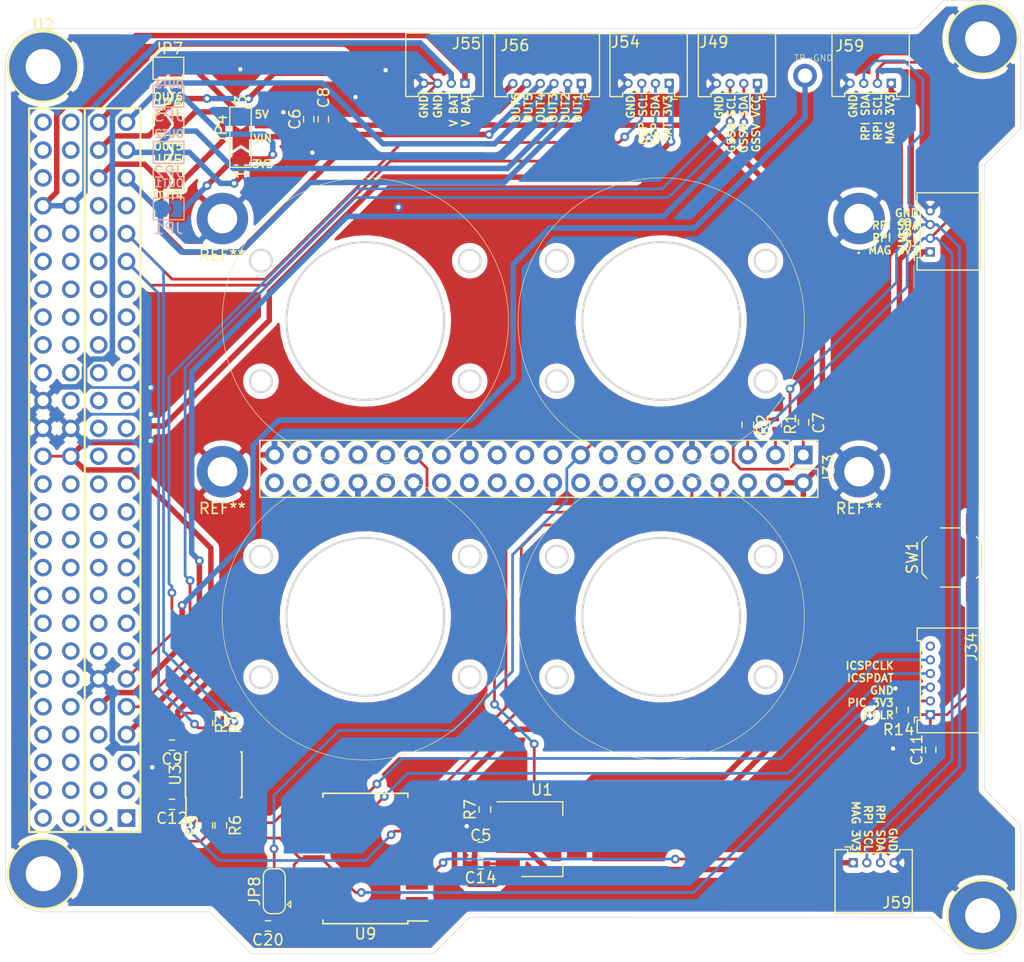
<source format=kicad_pcb>
(kicad_pcb (version 20171130) (host pcbnew "(5.1.2)-2")
  (layers (0 F.Cu signal) (31 B.Cu signal) (34 B.Paste user) (35 F.Paste user) (36 B.SilkS user) (37 F.SilkS user) (38 B.Mask user) (39 F.Mask user) (44 Edge.Cuts user))
  (net 0 "")
  (net 1 GND)
  (net 2 VIN)
  (net 3 MAG_3V3)
  (net 4 RPI_3V3)
  (net 5 SAT_3V3)
  (net 6 MCLR)
  (net 7 PIC_3V3J)
  (net 8 PIC_3V3)
  (net 9 CLK1)
  (net 10 MOSI1)
  (net 11 AOA_EN)
  (net 12 SS10)
  (net 13 MISO1)
  (net 14 LP_EN)
  (net 15 "Net-(J33-Pad32)")
  (net 16 PC_EN)
  (net 17 MAG_EN)
  (net 18 "Net-(J33-Pad28)")
  (net 19 "Net-(J33-Pad27)")
  (net 20 SS01)
  (net 21 SS00)
  (net 22 CLK0)
  (net 23 "Net-(J33-Pad22)")
  (net 24 MISO0)
  (net 25 MOSI0)
  (net 26 "Net-(J33-Pad18)")
  (net 27 PIC_EN)
  (net 28 FOD_CC)
  (net 29 FOD_EN)
  (net 30 FOD_IRQ)
  (net 31 FOD_DPL)
  (net 32 RPI_RX)
  (net 33 RPI_TX)
  (net 34 FOD_STS)
  (net 35 RPI_SCL)
  (net 36 RPI_SDA)
  (net 37 ICSPDAT)
  (net 38 ICSPCLK)
  (net 39 "Net-(J34-Pad6)")
  (net 40 OUT1_3V3)
  (net 41 3V3IN)
  (net 42 OUT2_3V3)
  (net 43 OUT3_3V3)
  (net 44 5VIN)
  (net 45 OUT4_5V0)
  (net 46 OUT5_5V0)
  (net 47 OUT6_5V0)
  (net 48 PIC_SCL)
  (net 49 PIC_SDA)
  (net 50 CSP_SDA)
  (net 51 CSP_SCL)
  (net 52 "Net-(U1-Pad2)")
  (net 53 "Net-(U2-Pad46)")
  (net 54 "Net-(U2-Pad45)")
  (net 55 "Net-(U2-Pad44)")
  (net 56 "Net-(U2-Pad42)")
  (net 57 "Net-(U2-Pad40)")
  (net 58 "Net-(U2-Pad39)")
  (net 59 "Net-(U2-Pad38)")
  (net 60 "Net-(U2-Pad37)")
  (net 61 "Net-(U2-Pad36)")
  (net 62 "Net-(U2-Pad35)")
  (net 63 "Net-(U2-Pad34)")
  (net 64 "Net-(U2-Pad33)")
  (net 65 "Net-(U2-Pad32)")
  (net 66 "Net-(U2-Pad31)")
  (net 67 "Net-(U2-Pad30)")
  (net 68 "Net-(U2-Pad29)")
  (net 69 "Net-(U2-Pad28)")
  (net 70 "Net-(U2-Pad27)")
  (net 71 "Net-(U2-Pad26)")
  (net 72 "Net-(U2-Pad25)")
  (net 73 "Net-(U2-Pad24)")
  (net 74 "Net-(U2-Pad23)")
  (net 75 "Net-(U2-Pad22)")
  (net 76 "Net-(U2-Pad21)")
  (net 77 "Net-(U2-Pad20)")
  (net 78 "Net-(U2-Pad19)")
  (net 79 "Net-(U2-Pad18)")
  (net 80 "Net-(U2-Pad17)")
  (net 81 "Net-(U2-Pad16)")
  (net 82 "Net-(U2-Pad15)")
  (net 83 "Net-(U2-Pad14)")
  (net 84 "Net-(U2-Pad13)")
  (net 85 "Net-(U2-Pad10)")
  (net 86 "Net-(U2-Pad8)")
  (net 87 "Net-(U2-Pad6)")
  (net 88 "Net-(U2-Pad5)")
  (net 89 "Net-(U2-Pad4)")
  (net 90 "Net-(U2-Pad3)")
  (net 91 "Net-(U2-Pad2)")
  (net 92 "Net-(U2-Pad1)")
  (net 93 "Net-(U2-Pad104)")
  (net 94 "Net-(U2-Pad103)")
  (net 95 "Net-(U2-Pad102)")
  (net 96 "Net-(U2-Pad101)")
  (net 97 "Net-(U2-Pad100)")
  (net 98 "Net-(U2-Pad99)")
  (net 99 "Net-(U2-Pad96)")
  (net 100 "Net-(U2-Pad95)")
  (net 101 "Net-(U2-Pad94)")
  (net 102 "Net-(U2-Pad93)")
  (net 103 "Net-(U2-Pad92)")
  (net 104 "Net-(U2-Pad91)")
  (net 105 "Net-(U2-Pad90)")
  (net 106 "Net-(U2-Pad89)")
  (net 107 "Net-(U2-Pad88)")
  (net 108 "Net-(U2-Pad87)")
  (net 109 "Net-(U2-Pad86)")
  (net 110 "Net-(U2-Pad85)")
  (net 111 "Net-(U2-Pad83)")
  (net 112 "Net-(U2-Pad78)")
  (net 113 "Net-(U2-Pad77)")
  (net 114 "Net-(U2-Pad76)")
  (net 115 "Net-(U2-Pad75)")
  (net 116 "Net-(U2-Pad74)")
  (net 117 "Net-(U2-Pad73)")
  (net 118 "Net-(U2-Pad72)")
  (net 119 "Net-(U2-Pad71)")
  (net 120 "Net-(U2-Pad70)")
  (net 121 "Net-(U2-Pad69)")
  (net 122 "Net-(U2-Pad68)")
  (net 123 "Net-(U2-Pad67)")
  (net 124 "Net-(U2-Pad66)")
  (net 125 "Net-(U2-Pad65)")
  (net 126 "Net-(U2-Pad64)")
  (net 127 "Net-(U2-Pad63)")
  (net 128 "Net-(U2-Pad62)")
  (net 129 "Net-(U2-Pad61)")
  (net 130 "Net-(U2-Pad60)")
  (net 131 "Net-(U2-Pad59)")
  (net 132 "Net-(U2-Pad58)")
  (net 133 "Net-(U2-Pad57)")
  (net 134 "Net-(U2-Pad56)")
  (net 135 "Net-(U2-Pad55)")
  (net 136 "Net-(U2-Pad54)")
  (net 137 "Net-(U2-Pad53)")
  (net 138 "Net-(U9-Pad18)")
  (net 139 "Net-(U9-Pad17)")
  (net 140 "Net-(U9-Pad16)")
  (net 141 "Net-(U9-Pad15)")
  (net 142 "Net-(U9-Pad9)")
  (net 143 "Net-(U9-Pad6)")
  (net 144 "Net-(U9-Pad3)")
  (net 145 "Net-(U9-Pad2)")
  (net 146 "Net-(U9-Pad1)")
  (net 147 GSSB_SDA)
  (net 148 GSSB_SCL)
  (net 149 V_BAT)
  (net 150 GSSB_VCC)
  (module PC_V1.2:P1-13 (layer F.Cu) (at 103.44 164.48)
    (fp_text reference TP-GND (at -1.016 -1.27) (layer F.SilkS) (effects (font (size 0.57912 0.57912) (thickness 0.057912)) (justify left bottom)))
    (fp_text value PTR1PAD1-13)
    (pad TP thru_hole circle (at 0 0) (size 2.159 2.159) (drill 1.3208) (layers *.Cu *.Mask) (net 85 "Net-(U2-Pad10)"))
  )
  (module Payload:PC104-Standard (layer F.Cu) (at 33.92 237.31)
    (fp_text reference U2 (at 0 -77.47) (layer F.SilkS))
    (fp_text value Payload)
    (pad "" thru_hole circle (at 0 0) (size 6.35 6.35) (drill 3.2) (layers *.Cu *.Mask) (net 1 GND))
    (pad "" thru_hole circle (at 0 -73.66) (size 6.35 6.35) (drill 3.2) (layers *.Cu *.Mask) (net 1 GND))
    (pad 52 thru_hole circle (at 5.06 -68.58) (size 1.6 1.6) (drill 1.016) (layers *.Cu *.Mask) (net 47 OUT6_5V0))
    (pad 51 thru_hole circle (at 7.6 -68.58) (size 1.6 1.6) (drill 1.016) (layers *.Cu *.Mask) (net 43 OUT3_3V3))
    (pad 50 thru_hole circle (at 5.06 -66.04) (size 1.6 1.6) (drill 1.016) (layers *.Cu *.Mask) (net 46 OUT5_5V0))
    (pad 49 thru_hole circle (at 7.6 -66.04) (size 1.6 1.6) (drill 1.016) (layers *.Cu *.Mask) (net 42 OUT2_3V3))
    (pad 48 thru_hole circle (at 5.06 -63.5) (size 1.6 1.6) (drill 1.016) (layers *.Cu *.Mask) (net 45 OUT4_5V0))
    (pad 47 thru_hole circle (at 7.6 -63.5) (size 1.6 1.6) (drill 1.016) (layers *.Cu *.Mask) (net 40 OUT1_3V3))
    (pad 46 thru_hole circle (at 5.06 -60.96) (size 1.6 1.6) (drill 1.016) (layers *.Cu *.Mask) (net 53 "Net-(U2-Pad46)"))
    (pad 45 thru_hole circle (at 7.6 -60.96) (size 1.6 1.6) (drill 1.016) (layers *.Cu *.Mask) (net 54 "Net-(U2-Pad45)"))
    (pad 44 thru_hole circle (at 5.06 -58.42) (size 1.6 1.6) (drill 1.016) (layers *.Cu *.Mask) (net 55 "Net-(U2-Pad44)"))
    (pad 43 thru_hole circle (at 7.6 -58.42) (size 1.6 1.6) (drill 1.016) (layers *.Cu *.Mask) (net 51 CSP_SCL))
    (pad 42 thru_hole circle (at 5.06 -55.88) (size 1.6 1.6) (drill 1.016) (layers *.Cu *.Mask) (net 56 "Net-(U2-Pad42)"))
    (pad 41 thru_hole circle (at 7.6 -55.88) (size 1.6 1.6) (drill 1.016) (layers *.Cu *.Mask) (net 50 CSP_SDA))
    (pad 40 thru_hole circle (at 5.06 -53.34) (size 1.6 1.6) (drill 1.016) (layers *.Cu *.Mask) (net 57 "Net-(U2-Pad40)"))
    (pad 39 thru_hole circle (at 7.6 -53.34) (size 1.6 1.6) (drill 1.016) (layers *.Cu *.Mask) (net 58 "Net-(U2-Pad39)"))
    (pad 38 thru_hole circle (at 5.06 -50.8) (size 1.6 1.6) (drill 1.016) (layers *.Cu *.Mask) (net 59 "Net-(U2-Pad38)"))
    (pad 37 thru_hole circle (at 7.6 -50.8) (size 1.6 1.6) (drill 1.016) (layers *.Cu *.Mask) (net 60 "Net-(U2-Pad37)"))
    (pad 36 thru_hole circle (at 5.06 -48.26) (size 1.6 1.6) (drill 1.016) (layers *.Cu *.Mask) (net 61 "Net-(U2-Pad36)"))
    (pad 35 thru_hole circle (at 7.6 -48.26) (size 1.6 1.6) (drill 1.016) (layers *.Cu *.Mask) (net 62 "Net-(U2-Pad35)"))
    (pad 34 thru_hole circle (at 5.06 -45.72) (size 1.6 1.6) (drill 1.016) (layers *.Cu *.Mask) (net 63 "Net-(U2-Pad34)"))
    (pad 33 thru_hole circle (at 7.6 -45.72) (size 1.6 1.6) (drill 1.016) (layers *.Cu *.Mask) (net 64 "Net-(U2-Pad33)"))
    (pad 32 thru_hole circle (at 5.06 -43.18) (size 1.6 1.6) (drill 1.016) (layers *.Cu *.Mask) (net 65 "Net-(U2-Pad32)"))
    (pad 31 thru_hole circle (at 7.6 -43.18) (size 1.6 1.6) (drill 1.016) (layers *.Cu *.Mask) (net 66 "Net-(U2-Pad31)"))
    (pad 30 thru_hole circle (at 5.06 -40.64) (size 1.6 1.6) (drill 1.016) (layers *.Cu *.Mask) (net 67 "Net-(U2-Pad30)"))
    (pad 29 thru_hole circle (at 7.6 -40.64) (size 1.6 1.6) (drill 1.016) (layers *.Cu *.Mask) (net 68 "Net-(U2-Pad29)"))
    (pad 28 thru_hole circle (at 5.06 -38.1) (size 1.6 1.6) (drill 1.016) (layers *.Cu *.Mask) (net 69 "Net-(U2-Pad28)"))
    (pad 27 thru_hole circle (at 7.6 -38.1) (size 1.6 1.6) (drill 1.016) (layers *.Cu *.Mask) (net 70 "Net-(U2-Pad27)"))
    (pad 26 thru_hole circle (at 5.06 -35.56) (size 1.6 1.6) (drill 1.016) (layers *.Cu *.Mask) (net 71 "Net-(U2-Pad26)"))
    (pad 25 thru_hole circle (at 7.6 -35.56) (size 1.6 1.6) (drill 1.016) (layers *.Cu *.Mask) (net 72 "Net-(U2-Pad25)"))
    (pad 24 thru_hole circle (at 5.06 -33.02) (size 1.6 1.6) (drill 1.016) (layers *.Cu *.Mask) (net 73 "Net-(U2-Pad24)"))
    (pad 23 thru_hole circle (at 7.6 -33.02) (size 1.6 1.6) (drill 1.016) (layers *.Cu *.Mask) (net 74 "Net-(U2-Pad23)"))
    (pad 22 thru_hole circle (at 5.06 -30.48) (size 1.6 1.6) (drill 1.016) (layers *.Cu *.Mask) (net 75 "Net-(U2-Pad22)"))
    (pad 21 thru_hole circle (at 7.6 -30.48) (size 1.6 1.6) (drill 1.016) (layers *.Cu *.Mask) (net 76 "Net-(U2-Pad21)"))
    (pad 20 thru_hole circle (at 5.06 -27.94) (size 1.6 1.6) (drill 1.016) (layers *.Cu *.Mask) (net 77 "Net-(U2-Pad20)"))
    (pad 19 thru_hole circle (at 7.6 -27.94) (size 1.6 1.6) (drill 1.016) (layers *.Cu *.Mask) (net 78 "Net-(U2-Pad19)"))
    (pad 18 thru_hole circle (at 5.06 -25.4) (size 1.6 1.6) (drill 1.016) (layers *.Cu *.Mask) (net 79 "Net-(U2-Pad18)"))
    (pad 17 thru_hole circle (at 7.6 -25.4) (size 1.6 1.6) (drill 1.016) (layers *.Cu *.Mask) (net 80 "Net-(U2-Pad17)"))
    (pad 16 thru_hole circle (at 5.06 -22.86) (size 1.6 1.6) (drill 1.016) (layers *.Cu *.Mask) (net 81 "Net-(U2-Pad16)"))
    (pad 15 thru_hole circle (at 7.6 -22.86) (size 1.6 1.6) (drill 1.016) (layers *.Cu *.Mask) (net 82 "Net-(U2-Pad15)"))
    (pad 14 thru_hole circle (at 5.06 -20.32) (size 1.6 1.6) (drill 1.016) (layers *.Cu *.Mask) (net 83 "Net-(U2-Pad14)"))
    (pad 13 thru_hole circle (at 7.6 -20.32) (size 1.6 1.6) (drill 1.016) (layers *.Cu *.Mask) (net 84 "Net-(U2-Pad13)"))
    (pad 12 thru_hole circle (at 5.06 -17.78) (size 1.6 1.6) (drill 1.016) (layers *.Cu *.Mask) (net 1 GND))
    (pad 11 thru_hole circle (at 7.6 -17.78) (size 1.6 1.6) (drill 1.016) (layers *.Cu *.Mask) (net 148 GSSB_SCL))
    (pad 10 thru_hole circle (at 5.06 -15.24) (size 1.6 1.6) (drill 1.016) (layers *.Cu *.Mask) (net 85 "Net-(U2-Pad10)"))
    (pad 9 thru_hole circle (at 7.6 -15.24) (size 1.6 1.6) (drill 1.016) (layers *.Cu *.Mask) (net 147 GSSB_SDA))
    (pad 8 thru_hole circle (at 5.06 -12.7) (size 1.6 1.6) (drill 1.016) (layers *.Cu *.Mask) (net 86 "Net-(U2-Pad8)"))
    (pad 7 thru_hole circle (at 7.6 -12.7) (size 1.6 1.6) (drill 1.016) (layers *.Cu *.Mask) (net 150 GSSB_VCC))
    (pad 6 thru_hole circle (at 5.06 -10.16) (size 1.6 1.6) (drill 1.016) (layers *.Cu *.Mask) (net 87 "Net-(U2-Pad6)"))
    (pad 5 thru_hole circle (at 7.6 -10.16) (size 1.6 1.6) (drill 1.016) (layers *.Cu *.Mask) (net 88 "Net-(U2-Pad5)"))
    (pad 4 thru_hole circle (at 5.06 -7.62) (size 1.6 1.6) (drill 1.016) (layers *.Cu *.Mask) (net 89 "Net-(U2-Pad4)"))
    (pad 3 thru_hole circle (at 7.6 -7.62) (size 1.6 1.6) (drill 1.016) (layers *.Cu *.Mask) (net 90 "Net-(U2-Pad3)"))
    (pad 2 thru_hole circle (at 5.06 -5.08) (size 1.6 1.6) (drill 1.016) (layers *.Cu *.Mask) (net 91 "Net-(U2-Pad2)"))
    (pad 1 thru_hole rect (at 7.6 -5.08) (size 1.6 1.6) (drill 1.016) (layers *.Cu *.Mask) (net 92 "Net-(U2-Pad1)"))
    (pad 104 thru_hole circle (at -0.02 -68.58) (size 1.6 1.6) (drill 1.016) (layers *.Cu *.Mask) (net 93 "Net-(U2-Pad104)"))
    (pad 103 thru_hole circle (at 2.52 -68.58) (size 1.6 1.6) (drill 1.016) (layers *.Cu *.Mask) (net 94 "Net-(U2-Pad103)"))
    (pad 102 thru_hole circle (at -0.02 -66.04) (size 1.6 1.6) (drill 1.016) (layers *.Cu *.Mask) (net 95 "Net-(U2-Pad102)"))
    (pad 101 thru_hole circle (at 2.52 -66.04) (size 1.6 1.6) (drill 1.016) (layers *.Cu *.Mask) (net 96 "Net-(U2-Pad101)"))
    (pad 100 thru_hole circle (at -0.02 -63.5) (size 1.6 1.6) (drill 1.016) (layers *.Cu *.Mask) (net 97 "Net-(U2-Pad100)"))
    (pad 99 thru_hole circle (at 2.52 -63.5) (size 1.6 1.6) (drill 1.016) (layers *.Cu *.Mask) (net 98 "Net-(U2-Pad99)"))
    (pad 98 thru_hole circle (at -0.02 -60.96) (size 1.6 1.6) (drill 1.016) (layers *.Cu *.Mask) (net 149 V_BAT))
    (pad 97 thru_hole circle (at 2.52 -60.96) (size 1.6 1.6) (drill 1.016) (layers *.Cu *.Mask) (net 149 V_BAT))
    (pad 96 thru_hole circle (at -0.02 -58.42) (size 1.6 1.6) (drill 1.016) (layers *.Cu *.Mask) (net 99 "Net-(U2-Pad96)"))
    (pad 95 thru_hole circle (at 2.52 -58.42) (size 1.6 1.6) (drill 1.016) (layers *.Cu *.Mask) (net 100 "Net-(U2-Pad95)"))
    (pad 94 thru_hole circle (at -0.02 -55.88) (size 1.6 1.6) (drill 1.016) (layers *.Cu *.Mask) (net 101 "Net-(U2-Pad94)"))
    (pad 93 thru_hole circle (at 2.52 -55.88) (size 1.6 1.6) (drill 1.016) (layers *.Cu *.Mask) (net 102 "Net-(U2-Pad93)"))
    (pad 92 thru_hole circle (at -0.02 -53.34) (size 1.6 1.6) (drill 1.016) (layers *.Cu *.Mask) (net 103 "Net-(U2-Pad92)"))
    (pad 91 thru_hole circle (at 2.52 -53.34) (size 1.6 1.6) (drill 1.016) (layers *.Cu *.Mask) (net 104 "Net-(U2-Pad91)"))
    (pad 90 thru_hole circle (at -0.02 -50.8) (size 1.6 1.6) (drill 1.016) (layers *.Cu *.Mask) (net 105 "Net-(U2-Pad90)"))
    (pad 89 thru_hole circle (at 2.52 -50.8) (size 1.6 1.6) (drill 1.016) (layers *.Cu *.Mask) (net 106 "Net-(U2-Pad89)"))
    (pad 88 thru_hole circle (at -0.02 -48.26) (size 1.6 1.6) (drill 1.016) (layers *.Cu *.Mask) (net 107 "Net-(U2-Pad88)"))
    (pad 87 thru_hole circle (at 2.52 -48.26) (size 1.6 1.6) (drill 1.016) (layers *.Cu *.Mask) (net 108 "Net-(U2-Pad87)"))
    (pad 86 thru_hole circle (at -0.02 -45.72) (size 1.6 1.6) (drill 1.016) (layers *.Cu *.Mask) (net 109 "Net-(U2-Pad86)"))
    (pad 85 thru_hole circle (at 2.52 -45.72) (size 1.6 1.6) (drill 1.016) (layers *.Cu *.Mask) (net 110 "Net-(U2-Pad85)"))
    (pad 84 thru_hole circle (at -0.02 -43.18) (size 1.6 1.6) (drill 1.016) (layers *.Cu *.Mask) (net 1 GND))
    (pad 83 thru_hole circle (at 2.52 -43.18) (size 1.6 1.6) (drill 1.016) (layers *.Cu *.Mask) (net 111 "Net-(U2-Pad83)"))
    (pad 82 thru_hole circle (at -0.02 -40.64) (size 1.6 1.6) (drill 1.016) (layers *.Cu *.Mask) (net 1 GND))
    (pad 81 thru_hole circle (at 2.52 -40.64) (size 1.6 1.6) (drill 1.016) (layers *.Cu *.Mask) (net 1 GND))
    (pad 80 thru_hole circle (at -0.02 -38.1) (size 1.6 1.6) (drill 1.016) (layers *.Cu *.Mask) (net 5 SAT_3V3))
    (pad 79 thru_hole circle (at 2.52 -38.1) (size 1.6 1.6) (drill 1.016) (layers *.Cu *.Mask) (net 5 SAT_3V3))
    (pad 78 thru_hole circle (at -0.02 -35.56) (size 1.6 1.6) (drill 1.016) (layers *.Cu *.Mask) (net 112 "Net-(U2-Pad78)"))
    (pad 77 thru_hole circle (at 2.52 -35.56) (size 1.6 1.6) (drill 1.016) (layers *.Cu *.Mask) (net 113 "Net-(U2-Pad77)"))
    (pad 76 thru_hole circle (at -0.02 -33.02) (size 1.6 1.6) (drill 1.016) (layers *.Cu *.Mask) (net 114 "Net-(U2-Pad76)"))
    (pad 75 thru_hole circle (at 2.52 -33.02) (size 1.6 1.6) (drill 1.016) (layers *.Cu *.Mask) (net 115 "Net-(U2-Pad75)"))
    (pad 74 thru_hole circle (at -0.02 -30.48) (size 1.6 1.6) (drill 1.016) (layers *.Cu *.Mask) (net 116 "Net-(U2-Pad74)"))
    (pad 73 thru_hole circle (at 2.52 -30.48) (size 1.6 1.6) (drill 1.016) (layers *.Cu *.Mask) (net 117 "Net-(U2-Pad73)"))
    (pad 72 thru_hole circle (at -0.02 -27.94) (size 1.6 1.6) (drill 1.016) (layers *.Cu *.Mask) (net 118 "Net-(U2-Pad72)"))
    (pad 71 thru_hole circle (at 2.52 -27.94) (size 1.6 1.6) (drill 1.016) (layers *.Cu *.Mask) (net 119 "Net-(U2-Pad71)"))
    (pad 70 thru_hole circle (at -0.02 -25.4) (size 1.6 1.6) (drill 1.016) (layers *.Cu *.Mask) (net 120 "Net-(U2-Pad70)"))
    (pad 69 thru_hole circle (at 2.52 -25.4) (size 1.6 1.6) (drill 1.016) (layers *.Cu *.Mask) (net 121 "Net-(U2-Pad69)"))
    (pad 68 thru_hole circle (at -0.02 -22.86) (size 1.6 1.6) (drill 1.016) (layers *.Cu *.Mask) (net 122 "Net-(U2-Pad68)"))
    (pad 67 thru_hole circle (at 2.52 -22.86) (size 1.6 1.6) (drill 1.016) (layers *.Cu *.Mask) (net 123 "Net-(U2-Pad67)"))
    (pad 66 thru_hole circle (at -0.02 -20.32) (size 1.6 1.6) (drill 1.016) (layers *.Cu *.Mask) (net 124 "Net-(U2-Pad66)"))
    (pad 65 thru_hole circle (at 2.52 -20.32) (size 1.6 1.6) (drill 1.016) (layers *.Cu *.Mask) (net 125 "Net-(U2-Pad65)"))
    (pad 64 thru_hole circle (at -0.02 -17.78) (size 1.6 1.6) (drill 1.016) (layers *.Cu *.Mask) (net 126 "Net-(U2-Pad64)"))
    (pad 63 thru_hole circle (at 2.52 -17.78) (size 1.6 1.6) (drill 1.016) (layers *.Cu *.Mask) (net 127 "Net-(U2-Pad63)"))
    (pad 62 thru_hole circle (at -0.02 -15.24) (size 1.6 1.6) (drill 1.016) (layers *.Cu *.Mask) (net 128 "Net-(U2-Pad62)"))
    (pad 61 thru_hole circle (at 2.52 -15.24) (size 1.6 1.6) (drill 1.016) (layers *.Cu *.Mask) (net 129 "Net-(U2-Pad61)"))
    (pad 60 thru_hole circle (at -0.02 -12.7) (size 1.6 1.6) (drill 1.016) (layers *.Cu *.Mask) (net 130 "Net-(U2-Pad60)"))
    (pad 59 thru_hole circle (at 2.52 -12.7) (size 1.6 1.6) (drill 1.016) (layers *.Cu *.Mask) (net 131 "Net-(U2-Pad59)"))
    (pad 58 thru_hole circle (at -0.02 -10.16) (size 1.6 1.6) (drill 1.016) (layers *.Cu *.Mask) (net 132 "Net-(U2-Pad58)"))
    (pad 57 thru_hole circle (at 2.52 -10.16 90) (size 1.6 1.6) (drill 1.016) (layers *.Cu *.Mask) (net 133 "Net-(U2-Pad57)"))
    (pad 56 thru_hole circle (at -0.02 -7.62) (size 1.6 1.6) (drill 1.016) (layers *.Cu *.Mask) (net 134 "Net-(U2-Pad56)"))
    (pad 55 thru_hole circle (at 2.52 -7.62) (size 1.6 1.6) (drill 1.016) (layers *.Cu *.Mask) (net 135 "Net-(U2-Pad55)"))
    (pad 54 thru_hole circle (at -0.02 -5.08) (size 1.6 1.6) (drill 1.016) (layers *.Cu *.Mask) (net 136 "Net-(U2-Pad54)"))
    (pad 53 thru_hole circle (at 2.52 -5.08) (size 1.6 1.6) (drill 1.016) (layers *.Cu *.Mask) (net 137 "Net-(U2-Pad53)"))
    (pad "" thru_hole circle (at 85.73 3.81) (size 6.35 6.35) (drill 3.2) (layers *.Cu *.Mask) (net 1 GND))
    (pad "" thru_hole circle (at 85.73 -76.2) (size 6.35 6.35) (drill 3.2) (layers *.Cu *.Mask) (net 1 GND))
  )
  (module Mounting_Holes:MountingHole_2.7mm_M2.5_DIN965_Pad (layer F.Cu) (at 50.27 177.52 180)
    (fp_text reference REF** (at 0 -3.35) (layer F.SilkS))
    (fp_text value MountingHole_2.7mm_M2.5_DIN965_Pad)
    (pad 1 thru_hole circle (at 0 0 180) (size 4.7 4.7) (drill 2.7) (layers *.Cu *.Mask) (net 1 GND))
  )
  (module Mounting_Holes:MountingHole_2.7mm_M2.5_DIN965_Pad (layer F.Cu) (at 108.37 177.52 180)
    (fp_text reference . (at 0.03 -2.72) (layer F.SilkS))
    (fp_text value MountingHole_2.7mm_M2.5_DIN965_Pad)
    (pad 1 thru_hole circle (at 0 0 180) (size 4.7 4.7) (drill 2.7) (layers *.Cu *.Mask) (net 1 GND))
  )
  (module Mounting_Holes:MountingHole_2.7mm_M2.5_DIN965_Pad (layer F.Cu) (at 50.27 200.62 180)
    (fp_text reference REF** (at 0 -3.35) (layer F.SilkS))
    (fp_text value MountingHole_2.7mm_M2.5_DIN965_Pad)
    (pad 1 thru_hole circle (at 0 0 180) (size 4.7 4.7) (drill 2.7) (layers *.Cu *.Mask) (net 1 GND))
  )
  (module Mounting_Holes:MountingHole_2.7mm_M2.5_DIN965_Pad (layer F.Cu) (at 108.37 200.62 180)
    (fp_text reference REF** (at 0 -3.35) (layer F.SilkS))
    (fp_text value MountingHole_2.7mm_M2.5_DIN965_Pad)
    (pad 1 thru_hole circle (at 0 0 180) (size 4.7 4.7) (drill 2.7) (layers *.Cu *.Mask) (net 1 GND))
  )
  (module Capacitors_SMD:C_0402 (layer F.Cu) (at 58.15 168.45 90)
    (fp_text reference C6 (at 0 -1.27 90) (layer F.SilkS))
    (fp_text value C)
    (pad 2 smd rect (at 0.55 0 90) (size 0.6 0.5) (layers F.Cu F.Paste F.Mask) (net 1 GND))
    (pad 1 smd rect (at -0.55 0 90) (size 0.6 0.5) (layers F.Cu F.Paste F.Mask) (net 2 VIN))
  )
  (module Capacitors_SMD:C_0402 (layer F.Cu) (at 59.48 168.45 90)
    (fp_text reference C8 (at 1.97 0.03 90) (layer F.SilkS))
    (fp_text value C)
    (pad 2 smd rect (at 0.55 0 90) (size 0.6 0.5) (layers F.Cu F.Paste F.Mask) (net 1 GND))
    (pad 1 smd rect (at -0.55 0 90) (size 0.6 0.5) (layers F.Cu F.Paste F.Mask) (net 2 VIN))
  )
  (module Capacitors_SMD:C_0402 (layer F.Cu) (at 103.31 196.11 90)
    (fp_text reference C7 (at -0.07 1.38 90) (layer F.SilkS))
    (fp_text value C)
    (pad 1 smd rect (at -0.55 0 90) (size 0.6 0.5) (layers F.Cu F.Paste F.Mask) (net 4 RPI_3V3))
    (pad 2 smd rect (at 0.55 0 90) (size 0.6 0.5) (layers F.Cu F.Paste F.Mask) (net 1 GND))
  )
  (module Pin_Headers:Pin_Header_Straight_2x20_Pitch2.54mm (layer F.Cu) (at 103.28 199.09 270)
    (fp_text reference J33 (at 1.27 -2.33 90) (layer F.SilkS))
    (fp_text value RPi_GPIO)
    (pad 40 thru_hole oval (at 2.54 48.26 270) (size 1.7 1.7) (drill 1) (layers *.Cu *.Mask) (net 9 CLK1))
    (pad 39 thru_hole oval (at 0 48.26 270) (size 1.7 1.7) (drill 1) (layers *.Cu *.Mask) (net 1 GND))
    (pad 38 thru_hole oval (at 2.54 45.72 270) (size 1.7 1.7) (drill 1) (layers *.Cu *.Mask) (net 10 MOSI1))
    (pad 37 thru_hole oval (at 0 45.72 270) (size 1.7 1.7) (drill 1) (layers *.Cu *.Mask) (net 11 AOA_EN))
    (pad 36 thru_hole oval (at 2.54 43.18 270) (size 1.7 1.7) (drill 1) (layers *.Cu *.Mask) (net 12 SS10))
    (pad 35 thru_hole oval (at 0 43.18 270) (size 1.7 1.7) (drill 1) (layers *.Cu *.Mask) (net 13 MISO1))
    (pad 34 thru_hole oval (at 2.54 40.64 270) (size 1.7 1.7) (drill 1) (layers *.Cu *.Mask) (net 1 GND))
    (pad 33 thru_hole oval (at 0 40.64 270) (size 1.7 1.7) (drill 1) (layers *.Cu *.Mask) (net 14 LP_EN))
    (pad 32 thru_hole oval (at 2.54 38.1 270) (size 1.7 1.7) (drill 1) (layers *.Cu *.Mask) (net 15 "Net-(J33-Pad32)"))
    (pad 31 thru_hole oval (at 0 38.1 270) (size 1.7 1.7) (drill 1) (layers *.Cu *.Mask) (net 16 PC_EN))
    (pad 30 thru_hole oval (at 2.54 35.56 270) (size 1.7 1.7) (drill 1) (layers *.Cu *.Mask) (net 1 GND))
    (pad 29 thru_hole oval (at 0 35.56 270) (size 1.7 1.7) (drill 1) (layers *.Cu *.Mask) (net 17 MAG_EN))
    (pad 28 thru_hole oval (at 2.54 33.02 270) (size 1.7 1.7) (drill 1) (layers *.Cu *.Mask) (net 18 "Net-(J33-Pad28)"))
    (pad 27 thru_hole oval (at 0 33.02 270) (size 1.7 1.7) (drill 1) (layers *.Cu *.Mask) (net 19 "Net-(J33-Pad27)"))
    (pad 26 thru_hole oval (at 2.54 30.48 270) (size 1.7 1.7) (drill 1) (layers *.Cu *.Mask) (net 20 SS01))
    (pad 25 thru_hole oval (at 0 30.48 270) (size 1.7 1.7) (drill 1) (layers *.Cu *.Mask) (net 1 GND))
    (pad 24 thru_hole oval (at 2.54 27.94 270) (size 1.7 1.7) (drill 1) (layers *.Cu *.Mask) (net 21 SS00))
    (pad 23 thru_hole oval (at 0 27.94 270) (size 1.7 1.7) (drill 1) (layers *.Cu *.Mask) (net 22 CLK0))
    (pad 22 thru_hole oval (at 2.54 25.4 270) (size 1.7 1.7) (drill 1) (layers *.Cu *.Mask) (net 23 "Net-(J33-Pad22)"))
    (pad 21 thru_hole oval (at 0 25.4 270) (size 1.7 1.7) (drill 1) (layers *.Cu *.Mask) (net 24 MISO0))
    (pad 20 thru_hole oval (at 2.54 22.86 270) (size 1.7 1.7) (drill 1) (layers *.Cu *.Mask) (net 1 GND))
    (pad 19 thru_hole oval (at 0 22.86 270) (size 1.7 1.7) (drill 1) (layers *.Cu *.Mask) (net 25 MOSI0))
    (pad 18 thru_hole oval (at 2.54 20.32 270) (size 1.7 1.7) (drill 1) (layers *.Cu *.Mask) (net 26 "Net-(J33-Pad18)"))
    (pad 17 thru_hole oval (at 0 20.32 270) (size 1.7 1.7) (drill 1) (layers *.Cu *.Mask) (net 4 RPI_3V3))
    (pad 16 thru_hole oval (at 2.54 17.78 270) (size 1.7 1.7) (drill 1) (layers *.Cu *.Mask) (net 27 PIC_EN))
    (pad 15 thru_hole oval (at 0 17.78 270) (size 1.7 1.7) (drill 1) (layers *.Cu *.Mask) (net 28 FOD_CC))
    (pad 14 thru_hole oval (at 2.54 15.24 270) (size 1.7 1.7) (drill 1) (layers *.Cu *.Mask) (net 1 GND))
    (pad 13 thru_hole oval (at 0 15.24 270) (size 1.7 1.7) (drill 1) (layers *.Cu *.Mask) (net 29 FOD_EN))
    (pad 12 thru_hole oval (at 2.54 12.7 270) (size 1.7 1.7) (drill 1) (layers *.Cu *.Mask) (net 30 FOD_IRQ))
    (pad 11 thru_hole oval (at 0 12.7 270) (size 1.7 1.7) (drill 1) (layers *.Cu *.Mask) (net 31 FOD_DPL))
    (pad 10 thru_hole oval (at 2.54 10.16 270) (size 1.7 1.7) (drill 1) (layers *.Cu *.Mask) (net 32 RPI_RX))
    (pad 9 thru_hole oval (at 0 10.16 270) (size 1.7 1.7) (drill 1) (layers *.Cu *.Mask) (net 1 GND))
    (pad 8 thru_hole oval (at 2.54 7.62 270) (size 1.7 1.7) (drill 1) (layers *.Cu *.Mask) (net 33 RPI_TX))
    (pad 7 thru_hole oval (at 0 7.62 270) (size 1.7 1.7) (drill 1) (layers *.Cu *.Mask) (net 34 FOD_STS))
    (pad 6 thru_hole oval (at 2.54 5.08 270) (size 1.7 1.7) (drill 1) (layers *.Cu *.Mask) (net 1 GND))
    (pad 5 thru_hole oval (at 0 5.08 270) (size 1.7 1.7) (drill 1) (layers *.Cu *.Mask) (net 35 RPI_SCL))
    (pad 4 thru_hole oval (at 2.54 2.54 270) (size 1.7 1.7) (drill 1) (layers *.Cu *.Mask) (net 2 VIN))
    (pad 3 thru_hole oval (at 0 2.54 270) (size 1.7 1.7) (drill 1) (layers *.Cu *.Mask) (net 36 RPI_SDA))
    (pad 2 thru_hole oval (at 2.54 0 270) (size 1.7 1.7) (drill 1) (layers *.Cu *.Mask) (net 2 VIN))
    (pad 1 thru_hole rect (at 0 0 270) (size 1.7 1.7) (drill 1) (layers *.Cu *.Mask) (net 4 RPI_3V3))
  )
  (module Resistors_SMD:R_0402 (layer F.Cu) (at 100.76 196.28 270)
    (fp_text reference R1 (at 0 -1.35 90) (layer F.SilkS))
    (fp_text value R)
    (pad 1 smd rect (at -0.45 0 270) (size 0.4 0.6) (layers F.Cu F.Paste F.Mask) (net 4 RPI_3V3))
    (pad 2 smd rect (at 0.45 0 270) (size 0.4 0.6) (layers F.Cu F.Paste F.Mask) (net 36 RPI_SDA))
  )
  (module Resistors_SMD:R_0402 (layer F.Cu) (at 98.22 196.342 270)
    (fp_text reference R2 (at 0 -1.35 90) (layer F.SilkS))
    (fp_text value R)
    (pad 2 smd rect (at 0.45 0 270) (size 0.4 0.6) (layers F.Cu F.Paste F.Mask) (net 35 RPI_SCL))
    (pad 1 smd rect (at -0.45 0 270) (size 0.4 0.6) (layers F.Cu F.Paste F.Mask) (net 4 RPI_3V3))
  )
  (module Connectors_Molex:Molex_PicoBlade_53048-0410_04x1.25mm_Angled (layer F.Cu) (at 107.83 236.31)
    (fp_text reference J59 (at 3.99 3.64 180) (layer F.SilkS))
    (fp_text value Conn_01x04_Male)
    (pad 1 thru_hole rect (at 0 0) (size 0.85 0.85) (drill 0.5) (layers *.Cu *.Mask) (net 3 MAG_3V3))
    (pad 2 thru_hole circle (at 1.25 0) (size 0.85 0.85) (drill 0.5) (layers *.Cu *.Mask) (net 35 RPI_SCL))
    (pad 3 thru_hole circle (at 2.5 0) (size 0.85 0.85) (drill 0.5) (layers *.Cu *.Mask) (net 36 RPI_SDA))
    (pad 4 thru_hole circle (at 3.75 0) (size 0.85 0.85) (drill 0.5) (layers *.Cu *.Mask) (net 1 GND))
  )
  (module Capacitors_SMD:C_0402 (layer F.Cu) (at 73.85 234.9 180)
    (fp_text reference C5 (at 0 1.1) (layer F.SilkS))
    (fp_text value C)
    (pad 1 smd rect (at -0.55 0 180) (size 0.6 0.5) (layers F.Cu F.Paste F.Mask) (net 3 MAG_3V3))
    (pad 2 smd rect (at 0.55 0 180) (size 0.6 0.5) (layers F.Cu F.Paste F.Mask) (net 1 GND))
  )
  (module Capacitors_SMD:C_0402 (layer F.Cu) (at 45.675 225.575 180)
    (fp_text reference C9 (at 0 -1.27) (layer F.SilkS))
    (fp_text value C)
    (pad 2 smd rect (at 0.55 0 180) (size 0.6 0.5) (layers F.Cu F.Paste F.Mask) (net 1 GND))
    (pad 1 smd rect (at -0.55 0 180) (size 0.6 0.5) (layers F.Cu F.Paste F.Mask) (net 5 SAT_3V3))
  )
  (module Capacitors_SMD:C_0402 (layer F.Cu) (at 114.91 226.01 90)
    (fp_text reference C11 (at 0 -1.27 90) (layer F.SilkS))
    (fp_text value C)
    (pad 1 smd rect (at -0.55 0 90) (size 0.6 0.5) (layers F.Cu F.Paste F.Mask) (net 1 GND))
    (pad 2 smd rect (at 0.55 0 90) (size 0.6 0.5) (layers F.Cu F.Paste F.Mask) (net 6 MCLR))
  )
  (module Capacitors_SMD:C_0402 (layer F.Cu) (at 45.675 230.975 180)
    (fp_text reference C12 (at 0 -1.27) (layer F.SilkS))
    (fp_text value C)
    (pad 2 smd rect (at 0.55 0 180) (size 0.6 0.5) (layers F.Cu F.Paste F.Mask) (net 1 GND))
    (pad 1 smd rect (at -0.55 0 180) (size 0.6 0.5) (layers F.Cu F.Paste F.Mask) (net 7 PIC_3V3J))
  )
  (module Capacitors_SMD:C_0402 (layer F.Cu) (at 73.825 236.4 180)
    (fp_text reference C14 (at 0 -1.27) (layer F.SilkS))
    (fp_text value C)
    (pad 2 smd rect (at 0.55 0 180) (size 0.6 0.5) (layers F.Cu F.Paste F.Mask) (net 1 GND))
    (pad 1 smd rect (at -0.55 0 180) (size 0.6 0.5) (layers F.Cu F.Paste F.Mask) (net 2 VIN))
  )
  (module Capacitors_SMD:C_0402 (layer F.Cu) (at 54.425 242.075 180)
    (fp_text reference C20 (at 0 -1.27) (layer F.SilkS))
    (fp_text value C)
    (pad 1 smd rect (at -0.55 0 180) (size 0.6 0.5) (layers F.Cu F.Paste F.Mask) (net 8 PIC_3V3))
    (pad 2 smd rect (at 0.55 0 180) (size 0.6 0.5) (layers F.Cu F.Paste F.Mask) (net 1 GND))
  )
  (module Connectors_Molex:Molex_PicoBlade_53048-0610_06x1.25mm_Angled (layer F.Cu) (at 114.87 222.79 90)
    (fp_text reference J34 (at 6.18 3.74 270) (layer F.SilkS))
    (fp_text value Conn_01x06_Male)
    (pad 1 thru_hole rect (at 0 0 90) (size 0.85 0.85) (drill 0.5) (layers *.Cu *.Mask) (net 6 MCLR))
    (pad 2 thru_hole circle (at 1.25 0 90) (size 0.85 0.85) (drill 0.5) (layers *.Cu *.Mask) (net 7 PIC_3V3J))
    (pad 3 thru_hole circle (at 2.5 0 90) (size 0.85 0.85) (drill 0.5) (layers *.Cu *.Mask) (net 1 GND))
    (pad 4 thru_hole circle (at 3.75 0 90) (size 0.85 0.85) (drill 0.5) (layers *.Cu *.Mask) (net 37 ICSPDAT))
    (pad 5 thru_hole circle (at 5 0 90) (size 0.85 0.85) (drill 0.5) (layers *.Cu *.Mask) (net 38 ICSPCLK))
    (pad 6 thru_hole circle (at 6.25 0 90) (size 0.85 0.85) (drill 0.5) (layers *.Cu *.Mask) (net 39 "Net-(J34-Pad6)"))
  )
  (module Connectors_Molex:Molex_PicoBlade_53048-0410_04x1.25mm_Angled (layer F.Cu) (at 114.86 180.57 90)
    (fp_text reference J58 (at 1.875 -2.25 90) (layer F.SilkS))
    (fp_text value Conn_01x04_Male)
    (pad 1 thru_hole rect (at 0 0 90) (size 0.85 0.85) (drill 0.5) (layers *.Cu *.Mask) (net 3 MAG_3V3))
    (pad 2 thru_hole circle (at 1.25 0 90) (size 0.85 0.85) (drill 0.5) (layers *.Cu *.Mask) (net 35 RPI_SCL))
    (pad 3 thru_hole circle (at 2.5 0 90) (size 0.85 0.85) (drill 0.5) (layers *.Cu *.Mask) (net 36 RPI_SDA))
    (pad 4 thru_hole circle (at 3.75 0 90) (size 0.85 0.85) (drill 0.5) (layers *.Cu *.Mask) (net 1 GND))
  )
  (module Connectors_Molex:Molex_PicoBlade_53048-0410_04x1.25mm_Angled (layer F.Cu) (at 111.3 165.18 180)
    (fp_text reference J59 (at 3.78 3.42) (layer F.SilkS))
    (fp_text value Conn_01x04_Male)
    (pad 4 thru_hole circle (at 3.75 0 180) (size 0.85 0.85) (drill 0.5) (layers *.Cu *.Mask) (net 1 GND))
    (pad 3 thru_hole circle (at 2.5 0 180) (size 0.85 0.85) (drill 0.5) (layers *.Cu *.Mask) (net 36 RPI_SDA))
    (pad 2 thru_hole circle (at 1.25 0 180) (size 0.85 0.85) (drill 0.5) (layers *.Cu *.Mask) (net 35 RPI_SCL))
    (pad 1 thru_hole rect (at 0 0 180) (size 0.85 0.85) (drill 0.5) (layers *.Cu *.Mask) (net 3 MAG_3V3))
  )
  (module Jumper:SolderJumper-2_P1.3mm_Open_TrianglePad1.0x1.5mm (layer B.Cu) (at 45.365 176.63)
    (fp_text reference JP1 (at 0 1.8) (layer B.SilkS) (effects (justify mirror)))
    (fp_text value Jumper_2_Open)
    (pad 1 smd custom (at -0.725 0) (size 0.3 0.3) (layers B.Cu B.Mask) (net 40 OUT1_3V3) (options (clearance outline) (anchor rect)) (primitives (gr_poly (pts (xy -0.5 0.75) (xy 0.5 0.75) (xy 1 0) (xy 0.5 -0.75) (xy -0.5 -0.75)) (width 0))))
    (pad 2 smd custom (at 0.725 0) (size 0.3 0.3) (layers B.Cu B.Mask) (net 41 3V3IN) (options (clearance outline) (anchor rect)) (primitives (gr_poly (pts (xy -0.65 0.75) (xy 0.5 0.75) (xy 0.5 -0.75) (xy -0.65 -0.75) (xy -0.15 0)) (width 0))))
  )
  (module Jumper:SolderJumper-2_P1.3mm_Open_TrianglePad1.0x1.5mm (layer B.Cu) (at 45.36 171.48)
    (fp_text reference JP2 (at 0 1.8) (layer B.SilkS) (effects (justify mirror)))
    (fp_text value Jumper_2_Open)
    (pad 2 smd custom (at 0.725 0) (size 0.3 0.3) (layers B.Cu B.Mask) (net 41 3V3IN) (options (clearance outline) (anchor rect)) (primitives (gr_poly (pts (xy -0.65 0.75) (xy 0.5 0.75) (xy 0.5 -0.75) (xy -0.65 -0.75) (xy -0.15 0)) (width 0))))
    (pad 1 smd custom (at -0.725 0) (size 0.3 0.3) (layers B.Cu B.Mask) (net 42 OUT2_3V3) (options (clearance outline) (anchor rect)) (primitives (gr_poly (pts (xy -0.5 0.75) (xy 0.5 0.75) (xy 1 0) (xy 0.5 -0.75) (xy -0.5 -0.75)) (width 0))))
  )
  (module Jumper:SolderJumper-2_P1.3mm_Open_TrianglePad1.0x1.5mm (layer B.Cu) (at 45.35 166.35)
    (fp_text reference JP3 (at 0 1.8) (layer B.SilkS) (effects (justify mirror)))
    (fp_text value Jumper_2_Open)
    (pad 1 smd custom (at -0.725 0) (size 0.3 0.3) (layers B.Cu B.Mask) (net 43 OUT3_3V3) (options (clearance outline) (anchor rect)) (primitives (gr_poly (pts (xy -0.5 0.75) (xy 0.5 0.75) (xy 1 0) (xy 0.5 -0.75) (xy -0.5 -0.75)) (width 0))))
    (pad 2 smd custom (at 0.725 0) (size 0.3 0.3) (layers B.Cu B.Mask) (net 41 3V3IN) (options (clearance outline) (anchor rect)) (primitives (gr_poly (pts (xy -0.65 0.75) (xy 0.5 0.75) (xy 0.5 -0.75) (xy -0.65 -0.75) (xy -0.15 0)) (width 0))))
  )
  (module Jumper:SolderJumper-3_P2.0mm_Open_TrianglePad1.0x1.5mm_NumberLabels (layer F.Cu) (at 51.95 170.09 90)
    (fp_text reference JP4 (at 0.725 -1.775 90) (layer F.SilkS))
    (fp_text value Jumper_3_Open)
    (fp_text user 3 (at 3.4 0 90) (layer F.SilkS))
    (fp_text user 1 (at -3.35 0 90) (layer F.SilkS))
    (pad 1 smd custom (at -2 0 90) (size 0.3 0.3) (layers F.Cu F.Mask) (net 41 3V3IN) (options (clearance outline) (anchor rect)) (primitives (gr_poly (pts (xy -0.5 -0.75) (xy 0.5 -0.75) (xy 1 0) (xy 0.5 0.75) (xy -0.5 0.75)) (width 0))))
    (pad 2 smd custom (at 0 0 90) (size 0.3 0.3) (layers F.Cu) (net 2 VIN) (options (clearance outline) (anchor rect)) (primitives (gr_poly (pts (xy -1.2 -0.75) (xy 1.2 -0.75) (xy 0.7 0) (xy 1.2 0.75) (xy -1.2 0.75) (xy -0.7 0)) (width 0))))
    (pad 3 smd custom (at 2 0 270) (size 0.3 0.3) (layers F.Cu F.Mask) (net 44 5VIN) (options (clearance outline) (anchor rect)) (primitives (gr_poly (pts (xy -0.5 -0.75) (xy 0.5 -0.75) (xy 1 0) (xy 0.5 0.75) (xy -0.5 0.75)) (width 0))))
  )
  (module Jumper:SolderJumper-2_P1.3mm_Open_TrianglePad1.0x1.5mm (layer F.Cu) (at 45.36 174.05)
    (fp_text reference JP5 (at 0 -1.8) (layer F.SilkS))
    (fp_text value Jumper_2_Open)
    (pad 2 smd custom (at 0.725 0) (size 0.3 0.3) (layers F.Cu F.Mask) (net 44 5VIN) (options (clearance outline) (anchor rect)) (primitives (gr_poly (pts (xy -0.65 -0.75) (xy 0.5 -0.75) (xy 0.5 0.75) (xy -0.65 0.75) (xy -0.15 0)) (width 0))))
    (pad 1 smd custom (at -0.725 0) (size 0.3 0.3) (layers F.Cu F.Mask) (net 45 OUT4_5V0) (options (clearance outline) (anchor rect)) (primitives (gr_poly (pts (xy -0.5 -0.75) (xy 0.5 -0.75) (xy 1 0) (xy 0.5 0.75) (xy -0.5 0.75)) (width 0))))
  )
  (module Jumper:SolderJumper-2_P1.3mm_Open_TrianglePad1.0x1.5mm (layer F.Cu) (at 45.35 168.91)
    (fp_text reference JP6 (at 0 -1.8) (layer F.SilkS))
    (fp_text value Jumper_2_Open)
    (pad 1 smd custom (at -0.725 0) (size 0.3 0.3) (layers F.Cu F.Mask) (net 46 OUT5_5V0) (options (clearance outline) (anchor rect)) (primitives (gr_poly (pts (xy -0.5 -0.75) (xy 0.5 -0.75) (xy 1 0) (xy 0.5 0.75) (xy -0.5 0.75)) (width 0))))
    (pad 2 smd custom (at 0.725 0) (size 0.3 0.3) (layers F.Cu F.Mask) (net 44 5VIN) (options (clearance outline) (anchor rect)) (primitives (gr_poly (pts (xy -0.65 -0.75) (xy 0.5 -0.75) (xy 0.5 0.75) (xy -0.65 0.75) (xy -0.15 0)) (width 0))))
  )
  (module Jumper:SolderJumper-2_P1.3mm_Open_TrianglePad1.0x1.5mm (layer F.Cu) (at 45.34 163.8)
    (fp_text reference JP7 (at 0 -1.8) (layer F.SilkS))
    (fp_text value Jumper_2_Open)
    (pad 2 smd custom (at 0.725 0) (size 0.3 0.3) (layers F.Cu F.Mask) (net 44 5VIN) (options (clearance outline) (anchor rect)) (primitives (gr_poly (pts (xy -0.65 -0.75) (xy 0.5 -0.75) (xy 0.5 0.75) (xy -0.65 0.75) (xy -0.15 0)) (width 0))))
    (pad 1 smd custom (at -0.725 0) (size 0.3 0.3) (layers F.Cu F.Mask) (net 47 OUT6_5V0) (options (clearance outline) (anchor rect)) (primitives (gr_poly (pts (xy -0.5 -0.75) (xy 0.5 -0.75) (xy 1 0) (xy 0.5 0.75) (xy -0.5 0.75)) (width 0))))
  )
  (module Jumper:SolderJumper-3_P1.3mm_Open_RoundedPad1.0x1.5mm (layer F.Cu) (at 55 238.9 90)
    (fp_text reference JP8 (at 0 -1.8 90) (layer F.SilkS))
    (fp_text value Jumper_3_Open)
    (pad 1 smd custom (at -1.3 0 90) (size 1 0.5) (layers F.Cu F.Mask) (net 8 PIC_3V3) (options (clearance outline) (anchor rect)) (primitives (gr_circle (center 0 0.25) (end 0.5 0.25) (width 0)) (gr_circle (center 0 -0.25) (end 0.5 -0.25) (width 0)) (gr_poly (pts (xy 0.55 -0.75) (xy 0 -0.75) (xy 0 0.75) (xy 0.55 0.75)) (width 0))))
    (pad 3 smd custom (at 1.3 0 90) (size 1 0.5) (layers F.Cu F.Mask) (net 4 RPI_3V3) (options (clearance outline) (anchor rect)) (primitives (gr_circle (center 0 0.25) (end 0.5 0.25) (width 0)) (gr_circle (center 0 -0.25) (end 0.5 -0.25) (width 0)) (gr_poly (pts (xy -0.55 -0.75) (xy 0 -0.75) (xy 0 0.75) (xy -0.55 0.75)) (width 0))))
    (pad 2 smd rect (at 0 0 90) (size 1 1.5) (layers F.Cu F.Mask) (net 7 PIC_3V3J))
  )
  (module Resistors_SMD:R_0402 (layer F.Cu) (at 48.85 223.55 270)
    (fp_text reference R3 (at 0 -1.35 90) (layer F.SilkS))
    (fp_text value R)
    (pad 2 smd rect (at 0.45 0 270) (size 0.4 0.6) (layers F.Cu F.Paste F.Mask) (net 50 CSP_SDA))
    (pad 1 smd rect (at -0.45 0 270) (size 0.4 0.6) (layers F.Cu F.Paste F.Mask) (net 5 SAT_3V3))
  )
  (module Resistors_SMD:R_0402 (layer F.Cu) (at 50.125 223.575 270)
    (fp_text reference R4 (at 0 -1.35 90) (layer F.SilkS))
    (fp_text value R)
    (pad 2 smd rect (at 0.45 0 270) (size 0.4 0.6) (layers F.Cu F.Paste F.Mask) (net 51 CSP_SCL))
    (pad 1 smd rect (at -0.45 0 270) (size 0.4 0.6) (layers F.Cu F.Paste F.Mask) (net 5 SAT_3V3))
  )
  (module Resistors_SMD:R_0402 (layer F.Cu) (at 48.85 232.9 90)
    (fp_text reference R5 (at 0 -1.35 90) (layer F.SilkS))
    (fp_text value R)
    (pad 1 smd rect (at -0.45 0 90) (size 0.4 0.6) (layers F.Cu F.Paste F.Mask) (net 7 PIC_3V3J))
    (pad 2 smd rect (at 0.45 0 90) (size 0.4 0.6) (layers F.Cu F.Paste F.Mask) (net 49 PIC_SDA))
  )
  (module Resistors_SMD:R_0402 (layer F.Cu) (at 50.125 232.9 90)
    (fp_text reference R6 (at 0 1.325 90) (layer F.SilkS))
    (fp_text value R)
    (pad 2 smd rect (at 0.45 0 90) (size 0.4 0.6) (layers F.Cu F.Paste F.Mask) (net 48 PIC_SCL))
    (pad 1 smd rect (at -0.45 0 90) (size 0.4 0.6) (layers F.Cu F.Paste F.Mask) (net 7 PIC_3V3J))
  )
  (module Resistors_SMD:R_0402 (layer F.Cu) (at 74.225 231.45 90)
    (fp_text reference R7 (at 0 -1.35 90) (layer F.SilkS))
    (fp_text value R)
    (pad 1 smd rect (at -0.45 0 90) (size 0.4 0.6) (layers F.Cu F.Paste F.Mask) (net 17 MAG_EN))
    (pad 2 smd rect (at 0.45 0 90) (size 0.4 0.6) (layers F.Cu F.Paste F.Mask) (net 1 GND))
  )
  (module Resistors_SMD:R_0402 (layer F.Cu) (at 112.325 222.35 270)
    (fp_text reference R14 (at 1.81 0.345 180) (layer F.SilkS))
    (fp_text value R)
    (pad 2 smd rect (at 0.45 0 270) (size 0.4 0.6) (layers F.Cu F.Paste F.Mask) (net 6 MCLR))
    (pad 1 smd rect (at -0.45 0 270) (size 0.4 0.6) (layers F.Cu F.Paste F.Mask) (net 7 PIC_3V3J))
  )
  (module Buttons_Switches_SMD:SW_SPST_SKQG (layer F.Cu) (at 116.82 208.45 90)
    (fp_text reference SW1 (at 0 -3.6 90) (layer F.SilkS))
    (fp_text value SW_Push)
    (pad 2 smd rect (at 3.1 1.85 90) (size 1.8 1.1) (layers F.Cu F.Paste F.Mask) (net 6 MCLR))
    (pad 2 smd rect (at -3.1 1.85 90) (size 1.8 1.1) (layers F.Cu F.Paste F.Mask) (net 6 MCLR))
    (pad 1 smd rect (at 3.1 -1.85 90) (size 1.8 1.1) (layers F.Cu F.Paste F.Mask) (net 1 GND))
    (pad 1 smd rect (at -3.1 -1.85 90) (size 1.8 1.1) (layers F.Cu F.Paste F.Mask) (net 1 GND))
  )
  (module TO_SOT_Packages_SMD:SOT-223-5 (layer F.Cu) (at 79.365 234.155)
    (fp_text reference U1 (at 0.0625 -4.5) (layer F.SilkS))
    (fp_text value LP38693MP-3.3)
    (pad 4 smd rect (at -3.05 2.25) (size 2.2 1) (layers F.Cu F.Paste F.Mask) (net 2 VIN))
    (pad 2 smd rect (at -3.05 -0.75) (size 2.2 1) (layers F.Cu F.Paste F.Mask) (net 52 "Net-(U1-Pad2)"))
    (pad 5 smd rect (at 3.25 0) (size 1.8 3.4) (layers F.Cu F.Paste F.Mask) (net 1 GND))
    (pad 3 smd rect (at -3.05 0.75) (size 2.2 1) (layers F.Cu F.Paste F.Mask) (net 3 MAG_3V3))
    (pad 1 smd rect (at -3.05 -2.25) (size 2.2 1) (layers F.Cu F.Paste F.Mask) (net 17 MAG_EN))
  )
  (module Housings_SOIC:SOIC-8_3.9x4.9mm_Pitch1.27mm (layer F.Cu) (at 49.475 228.275 90)
    (fp_text reference U3 (at 0 -3.5 90) (layer F.SilkS))
    (fp_text value ISO1540)
    (pad 8 smd rect (at 2.7 -1.905 90) (size 1.55 0.6) (layers F.Cu F.Paste F.Mask) (net 5 SAT_3V3))
    (pad 7 smd rect (at 2.7 -0.635 90) (size 1.55 0.6) (layers F.Cu F.Paste F.Mask) (net 50 CSP_SDA))
    (pad 6 smd rect (at 2.7 0.635 90) (size 1.55 0.6) (layers F.Cu F.Paste F.Mask) (net 51 CSP_SCL))
    (pad 5 smd rect (at 2.7 1.905 90) (size 1.55 0.6) (layers F.Cu F.Paste F.Mask) (net 1 GND))
    (pad 4 smd rect (at -2.7 1.905 90) (size 1.55 0.6) (layers F.Cu F.Paste F.Mask) (net 1 GND))
    (pad 3 smd rect (at -2.7 0.635 90) (size 1.55 0.6) (layers F.Cu F.Paste F.Mask) (net 48 PIC_SCL))
    (pad 2 smd rect (at -2.7 -0.635 90) (size 1.55 0.6) (layers F.Cu F.Paste F.Mask) (net 49 PIC_SDA))
    (pad 1 smd rect (at -2.7 -1.905 90) (size 1.55 0.6) (layers F.Cu F.Paste F.Mask) (net 7 PIC_3V3J))
  )
  (module Housings_SOIC:SOIC-18W_7.5x11.6mm_Pitch1.27mm (layer F.Cu) (at 63.32 235.92 180)
    (fp_text reference U9 (at 0 -6.875) (layer F.SilkS))
    (fp_text value PIC16F1847-I_SO)
    (pad 18 smd rect (at 4.7 -5.08 180) (size 2 0.6) (layers F.Cu F.Paste F.Mask) (net 138 "Net-(U9-Pad18)"))
    (pad 17 smd rect (at 4.7 -3.81 180) (size 2 0.6) (layers F.Cu F.Paste F.Mask) (net 139 "Net-(U9-Pad17)"))
    (pad 16 smd rect (at 4.7 -2.54 180) (size 2 0.6) (layers F.Cu F.Paste F.Mask) (net 140 "Net-(U9-Pad16)"))
    (pad 15 smd rect (at 4.7 -1.27 180) (size 2 0.6) (layers F.Cu F.Paste F.Mask) (net 141 "Net-(U9-Pad15)"))
    (pad 14 smd rect (at 4.7 0 180) (size 2 0.6) (layers F.Cu F.Paste F.Mask) (net 7 PIC_3V3J))
    (pad 13 smd rect (at 4.7 1.27 180) (size 2 0.6) (layers F.Cu F.Paste F.Mask) (net 37 ICSPDAT))
    (pad 12 smd rect (at 4.7 2.54 180) (size 2 0.6) (layers F.Cu F.Paste F.Mask) (net 38 ICSPCLK))
    (pad 11 smd rect (at 4.7 3.81 180) (size 2 0.6) (layers F.Cu F.Paste F.Mask) (net 32 RPI_RX))
    (pad 10 smd rect (at 4.7 5.08 180) (size 2 0.6) (layers F.Cu F.Paste F.Mask) (net 48 PIC_SCL))
    (pad 9 smd rect (at -4.7 5.08 180) (size 2 0.6) (layers F.Cu F.Paste F.Mask) (net 142 "Net-(U9-Pad9)"))
    (pad 8 smd rect (at -4.7 3.81 180) (size 2 0.6) (layers F.Cu F.Paste F.Mask) (net 33 RPI_TX))
    (pad 7 smd rect (at -4.7 2.54 180) (size 2 0.6) (layers F.Cu F.Paste F.Mask) (net 49 PIC_SDA))
    (pad 6 smd rect (at -4.7 1.27 180) (size 2 0.6) (layers F.Cu F.Paste F.Mask) (net 143 "Net-(U9-Pad6)"))
    (pad 5 smd rect (at -4.7 0 180) (size 2 0.6) (layers F.Cu F.Paste F.Mask) (net 1 GND))
    (pad 4 smd rect (at -4.7 -1.27 180) (size 2 0.6) (layers F.Cu F.Paste F.Mask) (net 6 MCLR))
    (pad 3 smd rect (at -4.7 -2.54 180) (size 2 0.6) (layers F.Cu F.Paste F.Mask) (net 144 "Net-(U9-Pad3)"))
    (pad 2 smd rect (at -4.7 -3.81 180) (size 2 0.6) (layers F.Cu F.Paste F.Mask) (net 145 "Net-(U9-Pad2)"))
    (pad 1 smd rect (at -4.7 -5.08 180) (size 2 0.6) (layers F.Cu F.Paste F.Mask) (net 146 "Net-(U9-Pad1)"))
  )
  (module Connectors_Molex:Molex_PicoBlade_53048-0410_04x1.25mm_Angled (layer F.Cu) (at 99.1 165.2 180)
    (fp_text reference J49 (at 3.98 3.77) (layer F.SilkS))
    (fp_text value Conn_01x04_Female)
    (pad 1 thru_hole rect (at 0 0 180) (size 0.85 0.85) (drill 0.5) (layers *.Cu *.Mask) (net 150 GSSB_VCC))
    (pad 2 thru_hole circle (at 1.25 0 180) (size 0.85 0.85) (drill 0.5) (layers *.Cu *.Mask) (net 147 GSSB_SDA))
    (pad 3 thru_hole circle (at 2.5 0 180) (size 0.85 0.85) (drill 0.5) (layers *.Cu *.Mask) (net 148 GSSB_SCL))
    (pad 4 thru_hole circle (at 3.75 0 180) (size 0.85 0.85) (drill 0.5) (layers *.Cu *.Mask) (net 1 GND))
  )
  (module Connectors_Molex:Molex_PicoBlade_53048-0410_04x1.25mm_Angled (layer F.Cu) (at 91.04 165.19 180)
    (fp_text reference J54 (at 3.99 3.77) (layer F.SilkS))
    (fp_text value Conn_01x04_Female)
    (pad 1 thru_hole rect (at 0 0 180) (size 0.85 0.85) (drill 0.5) (layers *.Cu *.Mask) (net 5 SAT_3V3))
    (pad 2 thru_hole circle (at 1.25 0 180) (size 0.85 0.85) (drill 0.5) (layers *.Cu *.Mask) (net 50 CSP_SDA))
    (pad 3 thru_hole circle (at 2.5 0 180) (size 0.85 0.85) (drill 0.5) (layers *.Cu *.Mask) (net 51 CSP_SCL))
    (pad 4 thru_hole circle (at 3.75 0 180) (size 0.85 0.85) (drill 0.5) (layers *.Cu *.Mask) (net 1 GND))
  )
  (module Connectors_Molex:Molex_PicoBlade_53048-0410_04x1.25mm_Angled (layer F.Cu) (at 72.41 165.18 180)
    (fp_text reference J55 (at -0.14 3.63) (layer F.SilkS))
    (fp_text value Conn_01x04_Female)
    (pad 4 thru_hole circle (at 3.75 0 180) (size 0.85 0.85) (drill 0.5) (layers *.Cu *.Mask) (net 1 GND))
    (pad 3 thru_hole circle (at 2.5 0 180) (size 0.85 0.85) (drill 0.5) (layers *.Cu *.Mask) (net 1 GND))
    (pad 2 thru_hole circle (at 1.25 0 180) (size 0.85 0.85) (drill 0.5) (layers *.Cu *.Mask) (net 149 V_BAT))
    (pad 1 thru_hole rect (at 0 0 180) (size 0.85 0.85) (drill 0.5) (layers *.Cu *.Mask) (net 149 V_BAT))
  )
  (module Connectors_Molex:Molex_PicoBlade_53048-0610_06x1.25mm_Angled (layer F.Cu) (at 83.03 165.2 180)
    (fp_text reference J56 (at 6.06 3.48) (layer F.SilkS))
    (fp_text value Conn_01x06_Female)
    (pad 6 thru_hole circle (at 6.25 0 180) (size 0.85 0.85) (drill 0.5) (layers *.Cu *.Mask) (net 47 OUT6_5V0))
    (pad 5 thru_hole circle (at 5 0 180) (size 0.85 0.85) (drill 0.5) (layers *.Cu *.Mask) (net 46 OUT5_5V0))
    (pad 4 thru_hole circle (at 3.75 0 180) (size 0.85 0.85) (drill 0.5) (layers *.Cu *.Mask) (net 45 OUT4_5V0))
    (pad 3 thru_hole circle (at 2.5 0 180) (size 0.85 0.85) (drill 0.5) (layers *.Cu *.Mask) (net 43 OUT3_3V3))
    (pad 2 thru_hole circle (at 1.25 0 180) (size 0.85 0.85) (drill 0.5) (layers *.Cu *.Mask) (net 42 OUT2_3V3))
    (pad 1 thru_hole rect (at 0 0 180) (size 0.85 0.85) (drill 0.5) (layers *.Cu *.Mask) (net 40 OUT1_3V3))
  )
  (gr_text "OUT3\n\n\n\nOUT2\n\n\n\nOUT1" (at 43.99 169.79) (layer B.SilkS) (effects (font (size 0.7 0.7)) (justify right mirror)))
  (gr_text VIN (at 54.88 170.21) (layer F.SilkS) (effects (font (size 0.7 0.7)) (justify right)))
  (gr_text 3V3 (at 55.02 172.54) (layer F.SilkS) (effects (font (size 0.7 0.7)) (justify right)))
  (gr_text "5V\n" (at 54.59 168.02) (layer F.SilkS) (effects (font (size 0.7 0.7)) (justify right)))
  (gr_text "OUT6\n\n\n\nOUT5\n\n\n\nOUT4" (at 46.77 170.93) (layer F.SilkS) (effects (font (size 0.7 0.7)) (justify right)))
  (gr_text "ICSPCLK\nICSPDAT\nGND\nPIC 3V3\nMCLR" (at 111.62 220.58) (layer F.SilkS) (effects (font (size 0.7 0.7)) (justify right)))
  (gr_text "GND\nRPI SDA\nRPI SCL\nMAG 3V3" (at 109.76 235.35 270) (layer F.SilkS) (effects (font (size 0.7 0.7)) (justify right)))
  (gr_text "GND\nRPI SDA\nRPI SCL\nMAG 3V3" (at 113.88 178.72) (layer F.SilkS) (effects (font (size 0.7 0.7)) (justify right)))
  (gr_text "GND\nRPI SDA\nRPI SCL\nMAG 3V3" (at 109.52 166.09 90) (layer F.SilkS) (effects (font (size 0.7 0.7)) (justify right)))
  (gr_text "GND\nGSSB SCL\nGSSB SDA\nGSSV VCC" (at 97.28 166.2 90) (layer F.SilkS) (effects (font (size 0.7 0.7)) (justify right)))
  (gr_text "GND\nCSP SCL\nCSP SDA\nSAT 3V3" (at 89.22 166.16 90) (layer F.SilkS) (effects (font (size 0.7 0.7)) (justify right)))
  (gr_text "OUT6\nOUT5\nOUT4\nOUT3\nOUT2\nOUT1" (at 79.88 167.42 90) (layer F.SilkS) (effects (font (size 0.7 0.7))))
  (gr_text "V BAT\nV BAT" (at 71.94 167.63 90) (layer F.SilkS) (effects (font (size 0.7 0.7))))
  (gr_text GND (at 69.93 167.29 90) (layer F.SilkS) (effects (font (size 0.7 0.7))))
  (gr_text GND (at 68.65 167.31 90) (layer F.SilkS) (effects (font (size 0.7 0.7))))
  (gr_line (start 69.53 244.6) (end 52.92 244.6) (layer Edge.Cuts) (width 0.05))
  (gr_line (start 49.1 240.785) (end 33.98 240.785) (layer Edge.Cuts) (width 0.05))
  (gr_circle (center 90.314074 186.865848) (end 103.375119 186.865848) (layer F.SilkS) (width 0.05))
  (gr_circle (center 63.314074 186.865848) (end 76.375119 186.865848) (layer F.SilkS) (width 0.05))
  (gr_line (start 119.81 229.61) (end 119.8128 172.609) (layer Edge.Cuts) (width 0.05))
  (gr_line (start 123.13 232.93) (end 119.81 229.61) (layer Edge.Cuts) (width 0.05))
  (gr_line (start 123.125 241.12) (end 123.13 232.93) (layer Edge.Cuts) (width 0.05))
  (gr_line (start 49.1 240.785) (end 52.92 244.6) (layer Edge.Cuts) (width 0.05))
  (gr_line (start 118.2 244.6) (end 114.9 241.3) (layer Edge.Cuts) (width 0.05))
  (gr_line (start 119.65 244.595) (end 118.2 244.6) (layer Edge.Cuts) (width 0.05))
  (gr_arc (start 119.65 241.12) (end 119.65 244.595) (angle -90) (layer Edge.Cuts) (width 0.05))
  (gr_line (start 119.65 157.635) (end 116.09 157.63) (layer Edge.Cuts) (width 0.05))
  (gr_line (start 113.54 160.175) (end 116.09 157.63) (layer Edge.Cuts) (width 0.05))
  (gr_line (start 123.125 161.11) (end 123.12 169.3) (layer Edge.Cuts) (width 0.05))
  (gr_arc (start 119.65 161.11) (end 123.125 161.11) (angle -90) (layer Edge.Cuts) (width 0.05))
  (gr_line (start 30.475 237.34) (end 30.445 163.65) (layer Edge.Cuts) (width 0.05))
  (gr_arc (start 33.95 237.31) (end 33.98 240.785) (angle 90) (layer Edge.Cuts) (width 0.05))
  (gr_line (start 33.92 160.175) (end 113.54 160.175) (layer Edge.Cuts) (width 0.05))
  (gr_arc (start 33.92 163.65) (end 33.92 160.175) (angle -90) (layer Edge.Cuts) (width 0.05))
  (gr_line (start 119.8128 172.609) (end 123.12 169.3) (layer Edge.Cuts) (width 0.05))
  (gr_line (start 69.53 244.6) (end 72.85 241.284001) (layer Edge.Cuts) (width 0.05))
  (gr_line (start 72.85 241.284001) (end 114.9 241.3) (layer Edge.Cuts) (width 0.05))
  (gr_circle (center 80.787794 208.365848) (end 81.787794 208.365848) (layer Edge.Cuts) (width 0.2))
  (gr_circle (center 90.314074 213.865848) (end 103.375119 213.865848) (layer F.SilkS) (width 0.05))
  (gr_circle (center 80.787794 219.365848) (end 81.787794 219.365848) (layer Edge.Cuts) (width 0.2))
  (gr_circle (center 99.840353 219.365848) (end 100.840353 219.365848) (layer Edge.Cuts) (width 0.2))
  (gr_circle (center 99.840353 208.365848) (end 100.840353 208.365848) (layer Edge.Cuts) (width 0.2))
  (gr_circle (center 90.314074 213.865848) (end 97.514074 213.865848) (layer Edge.Cuts) (width 0.2))
  (gr_circle (center 53.787794 208.365848) (end 54.787794 208.365848) (layer Edge.Cuts) (width 0.2))
  (gr_circle (center 63.314074 213.865848) (end 76.375119 213.865848) (layer F.SilkS) (width 0.05))
  (gr_circle (center 53.787794 219.365848) (end 54.787794 219.365848) (layer Edge.Cuts) (width 0.2))
  (gr_circle (center 72.840353 219.365848) (end 73.840353 219.365848) (layer Edge.Cuts) (width 0.2))
  (gr_circle (center 72.840353 208.365848) (end 73.840353 208.365848) (layer Edge.Cuts) (width 0.2))
  (gr_circle (center 63.314074 213.865848) (end 70.514074 213.865848) (layer Edge.Cuts) (width 0.2))
  (gr_circle (center 80.787794 181.365848) (end 81.787794 181.365848) (layer Edge.Cuts) (width 0.2))
  (gr_circle (center 80.787794 192.365848) (end 81.787794 192.365848) (layer Edge.Cuts) (width 0.2))
  (gr_circle (center 99.840353 192.365848) (end 100.840353 192.365848) (layer Edge.Cuts) (width 0.2))
  (gr_circle (center 99.840353 181.365848) (end 100.840353 181.365848) (layer Edge.Cuts) (width 0.2))
  (gr_circle (center 90.314074 186.865848) (end 97.514074 186.865848) (layer Edge.Cuts) (width 0.2))
  (gr_circle (center 53.787794 181.365848) (end 54.787794 181.365848) (layer Edge.Cuts) (width 0.2))
  (gr_circle (center 53.787794 192.365848) (end 54.787794 192.365848) (layer Edge.Cuts) (width 0.2))
  (gr_circle (center 72.840353 192.365848) (end 73.840353 192.365848) (layer Edge.Cuts) (width 0.2))
  (gr_circle (center 72.840353 181.365848) (end 73.840353 181.365848) (layer Edge.Cuts) (width 0.2))
  (gr_circle (center 63.314074 186.865848) (end 70.514074 186.865848) (layer Edge.Cuts) (width 0.2))
  (via (at 111.47 225.88) (size 0.8) (drill 0.4) (layers F.Cu B.Cu) (net 1))
  (segment (start 111.47 225.314315) (end 111.47 225.88) (width 0.25) (layer B.Cu) (net 1))
  (segment (start 111.47 223.08896) (end 111.47 225.314315) (width 0.25) (layer B.Cu) (net 1))
  (segment (start 114.26896 220.29) (end 111.47 223.08896) (width 0.25) (layer B.Cu) (net 1))
  (segment (start 114.87 220.29) (end 114.26896 220.29) (width 0.25) (layer B.Cu) (net 1))
  (via (at 111.68 220.4) (size 0.8) (drill 0.4) (layers F.Cu B.Cu) (net 1))
  (segment (start 111.79 220.29) (end 111.68 220.4) (width 0.25) (layer F.Cu) (net 1))
  (segment (start 114.87 220.29) (end 111.79 220.29) (width 0.25) (layer F.Cu) (net 1))
  (via (at 72.57 232.97) (size 0.8) (drill 0.4) (layers F.Cu B.Cu) (net 1))
  (via (at 66.33 176.47) (size 0.8) (drill 0.4) (layers F.Cu B.Cu) (net 1))
  (via (at 65.17 163.98) (size 0.8) (drill 0.4) (layers F.Cu B.Cu) (net 1))
  (via (at 43.87 227.59) (size 0.8) (drill 0.4) (layers F.Cu B.Cu) (net 1))
  (segment (start 39.779999 220.329999) (end 38.98 219.53) (width 0.5) (layer B.Cu) (net 1))
  (segment (start 40.230001 220.780001) (end 39.779999 220.329999) (width 0.5) (layer B.Cu) (net 1))
  (segment (start 40.230001 225.170003) (end 40.230001 220.780001) (width 0.5) (layer B.Cu) (net 1))
  (segment (start 40.919999 225.860001) (end 40.230001 225.170003) (width 0.5) (layer B.Cu) (net 1))
  (segment (start 42.705686 225.860001) (end 40.919999 225.860001) (width 0.5) (layer B.Cu) (net 1))
  (segment (start 43.87 227.024315) (end 42.705686 225.860001) (width 0.5) (layer B.Cu) (net 1))
  (segment (start 43.87 227.59) (end 43.87 227.024315) (width 0.5) (layer B.Cu) (net 1))
  (segment (start 68.66 165.18) (end 69.91 165.18) (width 0.25) (layer F.Cu) (net 1))
  (segment (start 65.569999 164.379999) (end 65.17 163.98) (width 0.25) (layer F.Cu) (net 1))
  (segment (start 67.35 166.16) (end 65.569999 164.379999) (width 0.25) (layer F.Cu) (net 1))
  (segment (start 69.91 165.18) (end 68.93 166.16) (width 0.25) (layer F.Cu) (net 1))
  (segment (start 68.93 166.16) (end 67.35 166.16) (width 0.25) (layer F.Cu) (net 1))
  (segment (start 68.71 163.98) (end 66.91 163.98) (width 0.25) (layer F.Cu) (net 1))
  (segment (start 69.91 165.18) (end 68.71 163.98) (width 0.25) (layer F.Cu) (net 1))
  (via (at 43.724979 195.38) (size 0.8) (drill 0.4) (layers F.Cu B.Cu) (net 1))
  (segment (start 37.555001 197.795001) (end 43.159294 197.795001) (width 0.25) (layer B.Cu) (net 1))
  (via (at 43.724979 197.795001) (size 0.8) (drill 0.4) (layers F.Cu B.Cu) (net 1))
  (via (at 43.724979 192.94) (size 0.8) (drill 0.4) (layers F.Cu B.Cu) (net 1))
  (segment (start 43.159294 192.94) (end 43.724979 192.94) (width 0.25) (layer B.Cu) (net 1))
  (segment (start 36.44 196.67) (end 37.239999 197.469999) (width 0.25) (layer B.Cu) (net 1))
  (segment (start 35.09 192.94) (end 43.159294 192.94) (width 0.25) (layer B.Cu) (net 1))
  (segment (start 43.159294 195.38) (end 43.724979 195.38) (width 0.25) (layer B.Cu) (net 1))
  (segment (start 37.73 195.38) (end 43.159294 195.38) (width 0.25) (layer B.Cu) (net 1))
  (segment (start 37.239999 197.479999) (end 37.555001 197.795001) (width 0.25) (layer B.Cu) (net 1))
  (segment (start 37.239999 197.469999) (end 37.239999 197.479999) (width 0.25) (layer B.Cu) (net 1))
  (segment (start 43.159294 197.795001) (end 43.724979 197.795001) (width 0.25) (layer B.Cu) (net 1))
  (segment (start 36.44 196.67) (end 37.73 195.38) (width 0.25) (layer B.Cu) (net 1))
  (segment (start 33.9 194.13) (end 35.09 192.94) (width 0.25) (layer B.Cu) (net 1))
  (via (at 58.48 171.51) (size 0.8) (drill 0.4) (layers F.Cu B.Cu) (net 1))
  (via (at 51.9 163.89) (size 0.8) (drill 0.4) (layers F.Cu B.Cu) (net 1))
  (segment (start 34.699999 193.330001) (end 33.9 194.13) (width 0.5) (layer B.Cu) (net 1))
  (segment (start 37.690001 192.190001) (end 37.000003 192.879999) (width 0.5) (layer B.Cu) (net 1))
  (segment (start 37.690001 191.099999) (end 37.690001 192.190001) (width 0.5) (layer B.Cu) (net 1))
  (segment (start 38.450001 190.339999) (end 37.690001 191.099999) (width 0.5) (layer B.Cu) (net 1))
  (segment (start 37.000003 192.879999) (end 35.150001 192.879999) (width 0.5) (layer B.Cu) (net 1))
  (segment (start 39.540003 190.339999) (end 38.450001 190.339999) (width 0.5) (layer B.Cu) (net 1))
  (segment (start 35.150001 192.879999) (end 34.699999 193.330001) (width 0.5) (layer B.Cu) (net 1))
  (segment (start 40.230001 168.169997) (end 40.230001 189.650001) (width 0.5) (layer B.Cu) (net 1))
  (segment (start 40.230001 189.650001) (end 39.540003 190.339999) (width 0.5) (layer B.Cu) (net 1))
  (segment (start 44.509998 163.89) (end 40.230001 168.169997) (width 0.5) (layer B.Cu) (net 1))
  (segment (start 51.9 163.89) (end 44.509998 163.89) (width 0.5) (layer B.Cu) (net 1))
  (via (at 62.42 166.44) (size 0.8) (drill 0.4) (layers F.Cu B.Cu) (net 1))
  (via (at 55.83 167.82) (size 0.8) (drill 0.4) (layers F.Cu B.Cu) (net 1))
  (segment (start 76.31 236.4) (end 76.315 236.405) (width 0.25) (layer F.Cu) (net 2))
  (segment (start 74.375 236.4) (end 76.31 236.4) (width 0.25) (layer F.Cu) (net 2))
  (segment (start 101.942081 201.63) (end 103.28 201.63) (width 0.5) (layer F.Cu) (net 2))
  (segment (start 100.74 201.63) (end 101.942081 201.63) (width 0.5) (layer F.Cu) (net 2))
  (segment (start 103.28 219.57) (end 103.28 201.63) (width 0.5) (layer F.Cu) (net 2))
  (segment (start 98.73 224.12) (end 103.28 219.57) (width 0.5) (layer F.Cu) (net 2))
  (segment (start 76.95 224.12) (end 98.73 224.12) (width 0.5) (layer F.Cu) (net 2))
  (segment (start 76.315 237.155) (end 75.19 238.28) (width 0.5) (layer F.Cu) (net 2))
  (segment (start 76.315 236.405) (end 76.315 237.155) (width 0.5) (layer F.Cu) (net 2))
  (segment (start 75.19 238.28) (end 72.84 238.28) (width 0.5) (layer F.Cu) (net 2))
  (segment (start 72.84 238.28) (end 71.45 236.89) (width 0.5) (layer F.Cu) (net 2))
  (segment (start 71.45 236.89) (end 71.45 229.62) (width 0.5) (layer F.Cu) (net 2))
  (segment (start 71.45 229.62) (end 76.95 224.12) (width 0.5) (layer F.Cu) (net 2))
  (segment (start 59.48 169) (end 58.15 169) (width 0.5) (layer F.Cu) (net 2))
  (segment (start 94.7 169) (end 74.978004 169) (width 0.5) (layer F.Cu) (net 2))
  (segment (start 60.23 169) (end 59.48 169) (width 0.5) (layer F.Cu) (net 2))
  (segment (start 105.02 199.89) (end 105.02 179.32) (width 0.5) (layer F.Cu) (net 2))
  (segment (start 74.121996 169) (end 60.23 169) (width 0.5) (layer F.Cu) (net 2))
  (segment (start 103.28 201.63) (end 105.02 199.89) (width 0.5) (layer F.Cu) (net 2))
  (segment (start 74.141998 168.979998) (end 74.121996 169) (width 0.5) (layer F.Cu) (net 2))
  (segment (start 74.978004 169) (end 74.958002 168.979998) (width 0.5) (layer F.Cu) (net 2))
  (segment (start 105.02 179.32) (end 94.7 169) (width 0.5) (layer F.Cu) (net 2))
  (segment (start 74.958002 168.979998) (end 74.141998 168.979998) (width 0.5) (layer F.Cu) (net 2))
  (segment (start 51.99 170.05) (end 51.95 170.09) (width 0.5) (layer F.Cu) (net 2))
  (segment (start 58.15 169) (end 57.1 170.05) (width 0.5) (layer F.Cu) (net 2))
  (segment (start 57.1 170.05) (end 51.99 170.05) (width 0.5) (layer F.Cu) (net 2))
  (segment (start 76.31 234.9) (end 76.315 234.905) (width 0.25) (layer F.Cu) (net 3))
  (segment (start 74.4 234.9) (end 76.31 234.9) (width 0.25) (layer F.Cu) (net 3))
  (segment (start 103.69 236.31) (end 107.83 236.31) (width 0.5) (layer F.Cu) (net 3))
  (segment (start 103.075 236.925) (end 103.69 236.31) (width 0.5) (layer F.Cu) (net 3))
  (segment (start 79.925 236.925) (end 103.075 236.925) (width 0.5) (layer F.Cu) (net 3))
  (segment (start 78.18 235.18) (end 79.925 236.925) (width 0.5) (layer F.Cu) (net 3))
  (segment (start 76.315 234.905) (end 76.59 235.18) (width 0.25) (layer F.Cu) (net 3))
  (segment (start 76.59 235.18) (end 78.18 235.18) (width 0.5) (layer F.Cu) (net 3))
  (segment (start 76.59 234.63) (end 76.315 234.905) (width 0.25) (layer F.Cu) (net 3))
  (segment (start 78.195 234.905) (end 76.315 234.905) (width 0.5) (layer F.Cu) (net 3))
  (segment (start 114.185 180.57) (end 113.1 181.655) (width 0.5) (layer F.Cu) (net 3))
  (segment (start 114.86 180.57) (end 114.185 180.57) (width 0.5) (layer F.Cu) (net 3))
  (segment (start 113.1 181.655) (end 113.1 212.88) (width 0.5) (layer F.Cu) (net 3))
  (segment (start 113.1 212.88) (end 96.45 229.53) (width 0.5) (layer F.Cu) (net 3))
  (segment (start 96.45 229.53) (end 83.57 229.53) (width 0.5) (layer F.Cu) (net 3))
  (segment (start 83.57 229.53) (end 78.195 234.905) (width 0.5) (layer F.Cu) (net 3))
  (segment (start 77.95 234.63) (end 76.59 234.63) (width 0.5) (layer F.Cu) (net 3))
  (segment (start 84.06 228.52) (end 77.95 234.63) (width 0.5) (layer F.Cu) (net 3))
  (segment (start 95.99 228.52) (end 84.06 228.52) (width 0.5) (layer F.Cu) (net 3))
  (segment (start 111.3 165.855) (end 113.13 167.685) (width 0.5) (layer F.Cu) (net 3))
  (segment (start 113.13 167.685) (end 113.13 180.2) (width 0.5) (layer F.Cu) (net 3))
  (segment (start 111.3 165.18) (end 111.3 165.855) (width 0.5) (layer F.Cu) (net 3))
  (segment (start 113.13 180.2) (end 112.05 181.28) (width 0.5) (layer F.Cu) (net 3))
  (segment (start 112.05 181.28) (end 112.05 212.46) (width 0.5) (layer F.Cu) (net 3))
  (segment (start 112.05 212.46) (end 95.99 228.52) (width 0.5) (layer F.Cu) (net 3))
  (segment (start 103.28 196.69) (end 103.31 196.66) (width 0.25) (layer F.Cu) (net 4))
  (segment (start 103.28 199.09) (end 103.28 196.69) (width 0.25) (layer F.Cu) (net 4))
  (via (at 54.98 235.03) (size 0.8) (drill 0.4) (layers F.Cu B.Cu) (net 4))
  (segment (start 55 237.6) (end 55 235.05) (width 0.25) (layer F.Cu) (net 4))
  (segment (start 55 235.05) (end 54.98 235.03) (width 0.25) (layer F.Cu) (net 4))
  (segment (start 81.7 200.35) (end 82.96 199.09) (width 0.25) (layer B.Cu) (net 4))
  (segment (start 81.7 203.25) (end 81.7 200.35) (width 0.25) (layer B.Cu) (net 4))
  (segment (start 54.98 230.16) (end 60.91 224.23) (width 0.25) (layer B.Cu) (net 4))
  (segment (start 54.98 235.03) (end 54.98 230.16) (width 0.25) (layer B.Cu) (net 4))
  (segment (start 60.91 224.23) (end 71.35 224.23) (width 0.25) (layer B.Cu) (net 4))
  (segment (start 71.35 224.23) (end 76.75 218.83) (width 0.25) (layer B.Cu) (net 4))
  (segment (start 76.75 218.83) (end 76.75 208.2) (width 0.25) (layer B.Cu) (net 4))
  (segment (start 76.75 208.2) (end 81.7 203.25) (width 0.25) (layer B.Cu) (net 4))
  (segment (start 86.158 195.892) (end 82.96 199.09) (width 0.25) (layer F.Cu) (net 4))
  (segment (start 98.22 195.892) (end 86.158 195.892) (width 0.25) (layer F.Cu) (net 4))
  (segment (start 98.282 195.83) (end 98.22 195.892) (width 0.25) (layer F.Cu) (net 4))
  (segment (start 100.76 195.83) (end 98.282 195.83) (width 0.25) (layer F.Cu) (net 4))
  (segment (start 98.12 195.892) (end 98.22 195.892) (width 0.25) (layer F.Cu) (net 4))
  (segment (start 103.28 199.09) (end 103.27 199.09) (width 0.25) (layer F.Cu) (net 4))
  (segment (start 103.27 199.09) (end 101.97 200.39) (width 0.25) (layer F.Cu) (net 4))
  (segment (start 101.97 200.39) (end 97.571 200.39) (width 0.25) (layer F.Cu) (net 4))
  (segment (start 97.571 200.39) (end 96.89 199.709) (width 0.25) (layer F.Cu) (net 4))
  (segment (start 96.89 199.709) (end 96.89 197.122) (width 0.25) (layer F.Cu) (net 4))
  (segment (start 96.89 197.122) (end 98.12 195.892) (width 0.25) (layer F.Cu) (net 4))
  (segment (start 33.9 199.21) (end 36.44 199.21) (width 0.25) (layer F.Cu) (net 5))
  (segment (start 50.1 223.1) (end 50.125 223.125) (width 0.25) (layer F.Cu) (net 5))
  (segment (start 48.85 223.1) (end 50.1 223.1) (width 0.25) (layer F.Cu) (net 5))
  (segment (start 46.225 225.575) (end 47.57 225.575) (width 0.25) (layer F.Cu) (net 5))
  (via (at 91.2 170.49) (size 0.8) (drill 0.4) (layers F.Cu B.Cu) (net 5))
  (segment (start 91.2 165.35) (end 91.04 165.19) (width 0.5) (layer B.Cu) (net 5))
  (segment (start 91.2 170.49) (end 91.2 165.35) (width 0.5) (layer B.Cu) (net 5))
  (segment (start 49.22 219.48) (end 46.205 222.495) (width 0.5) (layer F.Cu) (net 5))
  (segment (start 49.22 207.599998) (end 49.22 219.48) (width 0.5) (layer F.Cu) (net 5))
  (segment (start 42.080003 200.460001) (end 49.22 207.599998) (width 0.5) (layer F.Cu) (net 5))
  (segment (start 37.690001 200.460001) (end 42.080003 200.460001) (width 0.5) (layer F.Cu) (net 5))
  (segment (start 36.44 199.21) (end 37.690001 200.460001) (width 0.5) (layer F.Cu) (net 5))
  (segment (start 47.57 225.1) (end 47.57 225.575) (width 0.5) (layer F.Cu) (net 5))
  (segment (start 46.205 223.735) (end 47.57 225.1) (width 0.5) (layer F.Cu) (net 5))
  (segment (start 46.205 222.495) (end 46.205 223.735) (width 0.5) (layer F.Cu) (net 5))
  (segment (start 46.205 223.345) (end 46.205 223.735) (width 0.25) (layer F.Cu) (net 5))
  (segment (start 46.9 222.65) (end 46.205 223.345) (width 0.25) (layer F.Cu) (net 5))
  (segment (start 48.85 223.1) (end 48.4 222.65) (width 0.25) (layer F.Cu) (net 5))
  (segment (start 48.4 222.65) (end 46.9 222.65) (width 0.25) (layer F.Cu) (net 5))
  (segment (start 87.95 173.74) (end 90.800001 170.889999) (width 0.5) (layer F.Cu) (net 5))
  (segment (start 65.04 173.74) (end 87.95 173.74) (width 0.5) (layer F.Cu) (net 5))
  (segment (start 54.55 184.23) (end 65.04 173.74) (width 0.5) (layer F.Cu) (net 5))
  (segment (start 37.690001 197.959999) (end 42.301979 197.959999) (width 0.5) (layer F.Cu) (net 5))
  (segment (start 36.44 199.21) (end 37.690001 197.959999) (width 0.5) (layer F.Cu) (net 5))
  (segment (start 90.800001 170.889999) (end 91.2 170.49) (width 0.5) (layer F.Cu) (net 5))
  (segment (start 42.301979 197.959999) (end 43.815979 196.445999) (width 0.5) (layer F.Cu) (net 5))
  (segment (start 44.914001 196.445999) (end 54.55 186.81) (width 0.5) (layer F.Cu) (net 5))
  (segment (start 43.815979 196.445999) (end 44.914001 196.445999) (width 0.5) (layer F.Cu) (net 5))
  (segment (start 54.55 186.81) (end 54.55 184.23) (width 0.5) (layer F.Cu) (net 5))
  (segment (start 118.67 205.35) (end 118.67 211.55) (width 0.25) (layer F.Cu) (net 6))
  (segment (start 112.335 222.79) (end 112.325 222.8) (width 0.25) (layer F.Cu) (net 6))
  (segment (start 114.87 222.79) (end 112.335 222.79) (width 0.25) (layer F.Cu) (net 6))
  (segment (start 116.4 222.79) (end 114.87 222.79) (width 0.25) (layer F.Cu) (net 6))
  (segment (start 118.67 211.55) (end 118.67 220.52) (width 0.25) (layer F.Cu) (net 6))
  (segment (start 118.67 220.52) (end 116.4 222.79) (width 0.25) (layer F.Cu) (net 6))
  (segment (start 114.87 225.42) (end 114.91 225.46) (width 0.25) (layer F.Cu) (net 6))
  (segment (start 114.87 222.79) (end 114.87 225.42) (width 0.25) (layer F.Cu) (net 6))
  (via (at 91.6 235.97) (size 0.8) (drill 0.4) (layers F.Cu B.Cu) (net 6))
  (segment (start 97.383002 235.97) (end 91.6 235.97) (width 0.25) (layer F.Cu) (net 6))
  (segment (start 98.605 235.97) (end 97.383002 235.97) (width 0.25) (layer F.Cu) (net 6))
  (segment (start 112.325 222.8) (end 111.775 222.8) (width 0.25) (layer F.Cu) (net 6))
  (segment (start 111.775 222.8) (end 98.605 235.97) (width 0.25) (layer F.Cu) (net 6))
  (via (at 70.41 236.3) (size 0.8) (drill 0.4) (layers F.Cu B.Cu) (net 6))
  (segment (start 91.6 235.97) (end 70.74 235.97) (width 0.25) (layer B.Cu) (net 6))
  (segment (start 70.74 235.97) (end 70.41 236.3) (width 0.25) (layer B.Cu) (net 6))
  (segment (start 69.52 237.19) (end 68.02 237.19) (width 0.25) (layer F.Cu) (net 6))
  (segment (start 70.41 236.3) (end 69.52 237.19) (width 0.25) (layer F.Cu) (net 6))
  (segment (start 46.225 230.975) (end 47.57 230.975) (width 0.25) (layer F.Cu) (net 7))
  (segment (start 48.85 233.35) (end 50.125 233.35) (width 0.25) (layer F.Cu) (net 7))
  (segment (start 57.37 235.92) (end 58.62 235.92) (width 0.25) (layer F.Cu) (net 7))
  (segment (start 55.925 238.9) (end 55 238.9) (width 0.25) (layer F.Cu) (net 7))
  (segment (start 56.825 238) (end 55.925 238.9) (width 0.25) (layer F.Cu) (net 7))
  (segment (start 57.37 235.92) (end 56.825 236.465) (width 0.25) (layer F.Cu) (net 7))
  (segment (start 56.825 236.465) (end 56.825 238) (width 0.25) (layer F.Cu) (net 7))
  (segment (start 55.5 234.05) (end 57.37 235.92) (width 0.25) (layer F.Cu) (net 7))
  (segment (start 51.375 234.05) (end 55.5 234.05) (width 0.25) (layer F.Cu) (net 7))
  (segment (start 50.125 233.35) (end 50.675 233.35) (width 0.25) (layer F.Cu) (net 7))
  (segment (start 50.675 233.35) (end 51.375 234.05) (width 0.25) (layer F.Cu) (net 7))
  (segment (start 112.685 221.54) (end 112.325 221.9) (width 0.25) (layer F.Cu) (net 7))
  (segment (start 114.87 221.54) (end 112.685 221.54) (width 0.25) (layer F.Cu) (net 7))
  (segment (start 112.325 221.9) (end 112.225 221.9) (width 0.25) (layer F.Cu) (net 7))
  (segment (start 112.325 221.9) (end 111.775 221.9) (width 0.25) (layer F.Cu) (net 7))
  (via (at 109.4 222.88) (size 0.8) (drill 0.4) (layers F.Cu B.Cu) (net 7))
  (segment (start 111.775 221.9) (end 110.38 221.9) (width 0.25) (layer F.Cu) (net 7))
  (segment (start 110.38 221.9) (end 109.4 222.88) (width 0.25) (layer F.Cu) (net 7))
  (via (at 62.95 239.02) (size 0.8) (drill 0.4) (layers F.Cu B.Cu) (net 7))
  (segment (start 62.42 239.02) (end 62.95 239.02) (width 0.25) (layer F.Cu) (net 7))
  (segment (start 59.32 235.92) (end 62.42 239.02) (width 0.25) (layer F.Cu) (net 7))
  (segment (start 58.62 235.92) (end 59.32 235.92) (width 0.25) (layer F.Cu) (net 7))
  (segment (start 63.515685 239.02) (end 62.95 239.02) (width 0.25) (layer B.Cu) (net 7))
  (segment (start 93.26 239.02) (end 63.515685 239.02) (width 0.25) (layer B.Cu) (net 7))
  (segment (start 109.4 222.88) (end 93.26 239.02) (width 0.25) (layer B.Cu) (net 7))
  (segment (start 48.85 233.8) (end 48.31 234.34) (width 0.25) (layer F.Cu) (net 7))
  (segment (start 48.85 233.35) (end 48.85 233.8) (width 0.25) (layer F.Cu) (net 7))
  (segment (start 48.31 234.34) (end 47.01 234.34) (width 0.25) (layer F.Cu) (net 7))
  (segment (start 46.225 233.555) (end 46.225 230.975) (width 0.25) (layer F.Cu) (net 7))
  (segment (start 47.01 234.34) (end 46.225 233.555) (width 0.25) (layer F.Cu) (net 7))
  (segment (start 54.975 240.225) (end 55 240.2) (width 0.25) (layer F.Cu) (net 8))
  (segment (start 54.975 242.075) (end 54.975 240.225) (width 0.25) (layer F.Cu) (net 8))
  (segment (start 74.23 231.905) (end 74.225 231.9) (width 0.25) (layer F.Cu) (net 17))
  (segment (start 76.315 231.905) (end 74.23 231.905) (width 0.25) (layer F.Cu) (net 17))
  (via (at 75.11 221.85) (size 0.8) (drill 0.4) (layers F.Cu B.Cu) (net 17))
  (via (at 78.73 225.47) (size 0.8) (drill 0.4) (layers F.Cu B.Cu) (net 17))
  (segment (start 75.11 221.85) (end 78.73 225.47) (width 0.25) (layer B.Cu) (net 17))
  (segment (start 76.915 231.905) (end 76.315 231.905) (width 0.25) (layer F.Cu) (net 17))
  (segment (start 78.73 230.09) (end 76.915 231.905) (width 0.25) (layer F.Cu) (net 17))
  (segment (start 78.73 225.47) (end 78.73 230.09) (width 0.25) (layer F.Cu) (net 17))
  (segment (start 75.1 221.84) (end 75.11 221.85) (width 0.25) (layer F.Cu) (net 17))
  (segment (start 68.94 200.31) (end 68.94 203.32) (width 0.25) (layer F.Cu) (net 17))
  (segment (start 67.72 199.09) (end 68.94 200.31) (width 0.25) (layer F.Cu) (net 17))
  (segment (start 68.94 203.32) (end 71 205.38) (width 0.25) (layer F.Cu) (net 17))
  (segment (start 71 205.38) (end 73.54 205.38) (width 0.25) (layer F.Cu) (net 17))
  (segment (start 73.54 205.38) (end 75.1 206.94) (width 0.25) (layer F.Cu) (net 17))
  (segment (start 75.1 206.94) (end 75.1 221.84) (width 0.25) (layer F.Cu) (net 17))
  (segment (start 66.08 226.03) (end 60 232.11) (width 0.25) (layer F.Cu) (net 32))
  (segment (start 72.26 226.03) (end 66.08 226.03) (width 0.25) (layer F.Cu) (net 32))
  (segment (start 93.12 202.832081) (end 91.632081 204.32) (width 0.25) (layer F.Cu) (net 32))
  (segment (start 60 232.11) (end 58.62 232.11) (width 0.25) (layer F.Cu) (net 32))
  (segment (start 93.12 201.63) (end 93.12 202.832081) (width 0.25) (layer F.Cu) (net 32))
  (segment (start 91.632081 204.32) (end 78.89 204.32) (width 0.25) (layer F.Cu) (net 32))
  (segment (start 78.89 204.32) (end 76.14 207.07) (width 0.25) (layer F.Cu) (net 32))
  (segment (start 76.14 207.07) (end 76.14 222.15) (width 0.25) (layer F.Cu) (net 32))
  (segment (start 76.14 222.15) (end 72.26 226.03) (width 0.25) (layer F.Cu) (net 32))
  (segment (start 95.66 203.06) (end 95.66 201.63) (width 0.25) (layer F.Cu) (net 33))
  (segment (start 93.23 205.49) (end 95.66 203.06) (width 0.25) (layer F.Cu) (net 33))
  (segment (start 69.27 232.11) (end 70.44 230.94) (width 0.25) (layer F.Cu) (net 33))
  (segment (start 79.53 205.49) (end 93.23 205.49) (width 0.25) (layer F.Cu) (net 33))
  (segment (start 68.02 232.11) (end 69.27 232.11) (width 0.25) (layer F.Cu) (net 33))
  (segment (start 70.44 230.94) (end 70.44 229.25) (width 0.25) (layer F.Cu) (net 33))
  (segment (start 70.44 229.25) (end 77.55 222.14) (width 0.25) (layer F.Cu) (net 33))
  (segment (start 77.55 222.14) (end 77.55 207.47) (width 0.25) (layer F.Cu) (net 33))
  (segment (start 77.55 207.47) (end 79.53 205.49) (width 0.25) (layer F.Cu) (net 33))
  (segment (start 109.08 235.70896) (end 109.08 236.31) (width 0.25) (layer B.Cu) (net 35))
  (segment (start 115.46104 179.32) (end 116.86 180.71896) (width 0.25) (layer B.Cu) (net 35))
  (segment (start 114.86 179.32) (end 115.46104 179.32) (width 0.25) (layer B.Cu) (net 35))
  (segment (start 116.86 180.71896) (end 116.86 226.95) (width 0.25) (layer B.Cu) (net 35))
  (segment (start 116.86 226.95) (end 116.85 226.95) (width 0.25) (layer B.Cu) (net 35))
  (segment (start 116.85 226.95) (end 109.08 234.72) (width 0.25) (layer B.Cu) (net 35))
  (segment (start 109.08 234.72) (end 109.08 235.70896) (width 0.25) (layer B.Cu) (net 35))
  (segment (start 110.05 163.91) (end 110.05 165.18) (width 0.25) (layer F.Cu) (net 35))
  (segment (start 110.7 163.26) (end 110.05 163.91) (width 0.25) (layer F.Cu) (net 35))
  (segment (start 114.45 163.26) (end 110.7 163.26) (width 0.25) (layer F.Cu) (net 35))
  (segment (start 116.62 165.43) (end 114.45 163.26) (width 0.25) (layer F.Cu) (net 35))
  (segment (start 114.86 179.32) (end 116.62 177.56) (width 0.25) (layer F.Cu) (net 35))
  (segment (start 116.62 177.56) (end 116.62 165.43) (width 0.25) (layer F.Cu) (net 35))
  (segment (start 98.2 196.812) (end 98.22 196.792) (width 0.25) (layer F.Cu) (net 35))
  (segment (start 98.2 199.09) (end 98.2 196.812) (width 0.25) (layer F.Cu) (net 35))
  (segment (start 100.039999 196.460001) (end 99.64 196.86) (width 0.25) (layer B.Cu) (net 35))
  (segment (start 114.86 179.32) (end 114.25896 179.32) (width 0.25) (layer B.Cu) (net 35))
  (segment (start 98.22 196.792) (end 99.572 196.792) (width 0.25) (layer F.Cu) (net 35))
  (segment (start 99.572 196.792) (end 99.64 196.86) (width 0.25) (layer F.Cu) (net 35))
  (segment (start 112.76 183.74) (end 100.039999 196.460001) (width 0.25) (layer B.Cu) (net 35))
  (segment (start 112.76 180.81896) (end 112.76 183.74) (width 0.25) (layer B.Cu) (net 35))
  (segment (start 114.25896 179.32) (end 112.76 180.81896) (width 0.25) (layer B.Cu) (net 35))
  (via (at 99.64 196.86) (size 0.8) (drill 0.4) (layers F.Cu B.Cu) (net 35))
  (segment (start 110.33 234.73) (end 110.33 236.31) (width 0.25) (layer B.Cu) (net 36))
  (segment (start 117.53 227.53) (end 110.33 234.73) (width 0.25) (layer B.Cu) (net 36))
  (segment (start 117.53 180.11) (end 117.53 227.53) (width 0.25) (layer B.Cu) (net 36))
  (segment (start 114.86 178.07) (end 115.49 178.07) (width 0.25) (layer B.Cu) (net 36))
  (segment (start 115.49 178.07) (end 117.53 180.11) (width 0.25) (layer B.Cu) (net 36))
  (via (at 102.07 193.06) (size 0.8) (drill 0.4) (layers F.Cu B.Cu) (net 36))
  (segment (start 108.8 164.19) (end 108.8 165.18) (width 0.25) (layer B.Cu) (net 36))
  (segment (start 109.86 163.13) (end 108.8 164.19) (width 0.25) (layer B.Cu) (net 36))
  (segment (start 112.89 176.1) (end 112.89 171.01) (width 0.25) (layer B.Cu) (net 36))
  (segment (start 112.89 171.01) (end 114.19 169.71) (width 0.25) (layer B.Cu) (net 36))
  (segment (start 114.19 169.71) (end 114.19 164.81) (width 0.25) (layer B.Cu) (net 36))
  (segment (start 114.86 178.07) (end 112.89 176.1) (width 0.25) (layer B.Cu) (net 36))
  (segment (start 114.19 164.81) (end 112.51 163.13) (width 0.25) (layer B.Cu) (net 36))
  (segment (start 112.51 163.13) (end 109.86 163.13) (width 0.25) (layer B.Cu) (net 36))
  (segment (start 114.15 178.07) (end 114.86 178.07) (width 0.25) (layer B.Cu) (net 36))
  (segment (start 111.79 180.43) (end 114.15 178.07) (width 0.25) (layer B.Cu) (net 36))
  (segment (start 102.07 193.06) (end 111.79 183.34) (width 0.25) (layer B.Cu) (net 36))
  (segment (start 111.79 183.34) (end 111.79 180.43) (width 0.25) (layer B.Cu) (net 36))
  (segment (start 102.07 195.97) (end 102.07 195.618) (width 0.25) (layer F.Cu) (net 36))
  (segment (start 101.31 196.73) (end 102.07 195.97) (width 0.25) (layer F.Cu) (net 36))
  (segment (start 100.76 196.73) (end 101.31 196.73) (width 0.25) (layer F.Cu) (net 36))
  (segment (start 102.07 195.618) (end 102.07 193.06) (width 0.25) (layer F.Cu) (net 36))
  (segment (start 100.74 196.75) (end 100.76 196.73) (width 0.25) (layer F.Cu) (net 36))
  (segment (start 100.74 199.09) (end 100.74 196.75) (width 0.25) (layer F.Cu) (net 36))
  (via (at 65.05 230.26) (size 0.8) (drill 0.4) (layers F.Cu B.Cu) (net 37))
  (segment (start 58.62 234.65) (end 60.66 234.65) (width 0.25) (layer F.Cu) (net 37))
  (segment (start 60.66 234.65) (end 65.05 230.26) (width 0.25) (layer F.Cu) (net 37))
  (segment (start 65.05 230.26) (end 67.16 228.15) (width 0.25) (layer B.Cu) (net 37))
  (segment (start 67.16 228.15) (end 101.91 228.15) (width 0.25) (layer B.Cu) (net 37))
  (segment (start 111.02 219.04) (end 114.87 219.04) (width 0.25) (layer B.Cu) (net 37))
  (segment (start 101.91 228.15) (end 111.02 219.04) (width 0.25) (layer B.Cu) (net 37))
  (via (at 64.37 229.12) (size 0.8) (drill 0.4) (layers F.Cu B.Cu) (net 38))
  (segment (start 58.62 233.38) (end 60.11 233.38) (width 0.25) (layer F.Cu) (net 38))
  (segment (start 60.11 233.38) (end 64.37 229.12) (width 0.25) (layer F.Cu) (net 38))
  (segment (start 110.23 217.79) (end 114.87 217.79) (width 0.25) (layer B.Cu) (net 38))
  (segment (start 101.23 226.79) (end 110.23 217.79) (width 0.25) (layer B.Cu) (net 38))
  (segment (start 64.37 229.12) (end 66.7 226.79) (width 0.25) (layer B.Cu) (net 38))
  (segment (start 66.7 226.79) (end 101.23 226.79) (width 0.25) (layer B.Cu) (net 38))
  (segment (start 44.34 176.63) (end 41.52 173.81) (width 0.5) (layer B.Cu) (net 40))
  (segment (start 44.64 176.63) (end 44.34 176.63) (width 0.5) (layer B.Cu) (net 40))
  (segment (start 83.03 166.125) (end 83.03 165.2) (width 0.5) (layer B.Cu) (net 40))
  (segment (start 83.03 167.179962) (end 83.03 166.125) (width 0.5) (layer B.Cu) (net 40))
  (segment (start 44.64 178.701814) (end 46.498186 180.56) (width 0.5) (layer B.Cu) (net 40))
  (segment (start 51.94 180.56) (end 58.27 174.23) (width 0.5) (layer B.Cu) (net 40))
  (segment (start 58.27 174.23) (end 75.979962 174.23) (width 0.5) (layer B.Cu) (net 40))
  (segment (start 44.64 176.63) (end 44.64 178.701814) (width 0.5) (layer B.Cu) (net 40))
  (segment (start 46.498186 180.56) (end 51.94 180.56) (width 0.5) (layer B.Cu) (net 40))
  (segment (start 75.979962 174.23) (end 83.03 167.179962) (width 0.5) (layer B.Cu) (net 40))
  (via (at 54.87 171.67) (size 0.8) (drill 0.4) (layers F.Cu B.Cu) (net 41))
  (segment (start 54.45 172.09) (end 51.95 172.09) (width 0.5) (layer F.Cu) (net 41))
  (segment (start 54.87 171.67) (end 54.45 172.09) (width 0.5) (layer F.Cu) (net 41))
  (segment (start 54.87 170.63) (end 54.87 171.67) (width 0.5) (layer B.Cu) (net 41))
  (segment (start 54.06 169.82) (end 54.87 170.63) (width 0.5) (layer B.Cu) (net 41))
  (segment (start 50.145 169.82) (end 54.06 169.82) (width 0.5) (layer B.Cu) (net 41))
  (segment (start 46.075 166.35) (end 46.675 166.35) (width 0.5) (layer B.Cu) (net 41))
  (segment (start 46.675 166.35) (end 50.145 169.82) (width 0.5) (layer B.Cu) (net 41))
  (via (at 51.34 174.31) (size 0.8) (drill 0.4) (layers F.Cu B.Cu) (net 41))
  (segment (start 51.99 172.13) (end 51.95 172.09) (width 0.5) (layer F.Cu) (net 41))
  (segment (start 51.99 173.65) (end 51.99 172.13) (width 0.5) (layer F.Cu) (net 41))
  (segment (start 51.34 174.31) (end 51.34 174.3) (width 0.5) (layer F.Cu) (net 41))
  (segment (start 51.34 174.3) (end 51.99 173.65) (width 0.5) (layer F.Cu) (net 41))
  (segment (start 50.09 174.31) (end 51.34 174.31) (width 0.5) (layer B.Cu) (net 41))
  (segment (start 46.085 171.48) (end 47.26 171.48) (width 0.5) (layer B.Cu) (net 41))
  (segment (start 47.26 171.48) (end 50.09 174.31) (width 0.5) (layer B.Cu) (net 41))
  (via (at 48.87 174.51) (size 0.8) (drill 0.4) (layers F.Cu B.Cu) (net 41))
  (segment (start 46.09 176.63) (end 46.75 176.63) (width 0.5) (layer B.Cu) (net 41))
  (segment (start 46.75 176.63) (end 48.87 174.51) (width 0.5) (layer B.Cu) (net 41))
  (segment (start 51.29 172.09) (end 51.95 172.09) (width 0.5) (layer F.Cu) (net 41))
  (segment (start 48.87 174.51) (end 51.29 172.09) (width 0.5) (layer F.Cu) (net 41))
  (segment (start 41.73 171.48) (end 41.52 171.27) (width 0.5) (layer B.Cu) (net 42))
  (segment (start 44.635 171.48) (end 41.73 171.48) (width 0.5) (layer B.Cu) (net 42))
  (segment (start 44.635 170.63) (end 45.725 169.54) (width 0.5) (layer B.Cu) (net 42))
  (segment (start 45.725 169.54) (end 47.88 169.54) (width 0.5) (layer B.Cu) (net 42))
  (segment (start 47.88 169.54) (end 51.29 172.95) (width 0.5) (layer B.Cu) (net 42))
  (segment (start 44.635 171.48) (end 44.635 170.63) (width 0.5) (layer B.Cu) (net 42))
  (segment (start 51.29 172.95) (end 76.27 172.95) (width 0.5) (layer B.Cu) (net 42))
  (segment (start 81.78 167.44) (end 81.78 165.2) (width 0.5) (layer B.Cu) (net 42))
  (segment (start 76.27 172.95) (end 81.78 167.44) (width 0.5) (layer B.Cu) (net 42))
  (segment (start 43.9 166.35) (end 41.52 168.73) (width 0.5) (layer B.Cu) (net 43))
  (segment (start 44.625 166.35) (end 43.9 166.35) (width 0.5) (layer B.Cu) (net 43))
  (segment (start 80.105001 165.703001) (end 80.105001 165.624999) (width 0.5) (layer B.Cu) (net 43))
  (segment (start 75.098001 170.710001) (end 80.105001 165.703001) (width 0.5) (layer B.Cu) (net 43))
  (segment (start 74.281999 170.710001) (end 75.098001 170.710001) (width 0.5) (layer B.Cu) (net 43))
  (segment (start 80.105001 165.624999) (end 80.53 165.2) (width 0.5) (layer B.Cu) (net 43))
  (segment (start 74.271998 170.7) (end 74.281999 170.710001) (width 0.5) (layer B.Cu) (net 43))
  (segment (start 44.625 166.35) (end 44.625 165.5) (width 0.5) (layer B.Cu) (net 43))
  (segment (start 44.625 165.5) (end 44.97501 165.14999) (width 0.5) (layer B.Cu) (net 43))
  (segment (start 44.97501 165.14999) (end 59.37999 165.14999) (width 0.5) (layer B.Cu) (net 43))
  (segment (start 59.37999 165.14999) (end 64.93 170.7) (width 0.5) (layer B.Cu) (net 43))
  (segment (start 64.93 170.7) (end 74.271998 170.7) (width 0.5) (layer B.Cu) (net 43))
  (segment (start 47.66 163.8) (end 51.95 168.09) (width 0.5) (layer F.Cu) (net 44))
  (segment (start 46.065 163.8) (end 47.66 163.8) (width 0.5) (layer F.Cu) (net 44))
  (segment (start 51.1 168.09) (end 51.95 168.09) (width 0.5) (layer F.Cu) (net 44))
  (segment (start 50.28 168.91) (end 51.1 168.09) (width 0.5) (layer F.Cu) (net 44))
  (segment (start 50.28 170.455) (end 50.28 168.91) (width 0.5) (layer F.Cu) (net 44))
  (segment (start 46.085 174.05) (end 46.685 174.05) (width 0.5) (layer F.Cu) (net 44))
  (segment (start 46.685 174.05) (end 50.28 170.455) (width 0.5) (layer F.Cu) (net 44))
  (segment (start 51.18 168.01) (end 51.1 168.09) (width 0.5) (layer F.Cu) (net 44))
  (segment (start 51.18 167.71) (end 51.18 168.01) (width 0.5) (layer F.Cu) (net 44))
  (segment (start 51.1 167.79) (end 51.18 167.71) (width 0.5) (layer F.Cu) (net 44))
  (segment (start 47.795 167.79) (end 51.1 167.79) (width 0.5) (layer F.Cu) (net 44))
  (segment (start 46.075 168.91) (end 46.675 168.91) (width 0.5) (layer F.Cu) (net 44))
  (segment (start 46.675 168.91) (end 47.795 167.79) (width 0.5) (layer F.Cu) (net 44))
  (segment (start 44.06429 173.47929) (end 44.635 174.05) (width 0.5) (layer F.Cu) (net 45))
  (segment (start 43.144999 172.559999) (end 44.06429 173.47929) (width 0.5) (layer F.Cu) (net 45))
  (segment (start 40.230001 172.559999) (end 43.144999 172.559999) (width 0.5) (layer F.Cu) (net 45))
  (segment (start 38.98 173.81) (end 40.230001 172.559999) (width 0.5) (layer F.Cu) (net 45))
  (via (at 74.600002 169.85) (size 0.8) (drill 0.4) (layers F.Cu B.Cu) (net 45))
  (segment (start 79.28 165.2) (end 74.63 169.85) (width 0.5) (layer B.Cu) (net 45))
  (segment (start 74.63 169.85) (end 74.600002 169.85) (width 0.5) (layer B.Cu) (net 45))
  (segment (start 74.034317 169.85) (end 74.600002 169.85) (width 0.5) (layer F.Cu) (net 45))
  (segment (start 62.58 169.85) (end 74.034317 169.85) (width 0.5) (layer F.Cu) (net 45))
  (segment (start 51.84 180.59) (end 62.58 169.85) (width 0.5) (layer F.Cu) (net 45))
  (segment (start 46.7 180.59) (end 51.84 180.59) (width 0.5) (layer F.Cu) (net 45))
  (segment (start 44.635 174.05) (end 44.635 178.525) (width 0.5) (layer F.Cu) (net 45))
  (segment (start 44.635 178.525) (end 46.7 180.59) (width 0.5) (layer F.Cu) (net 45))
  (segment (start 44.05429 169.48071) (end 44.625 168.91) (width 0.5) (layer F.Cu) (net 46))
  (segment (start 43.554999 169.980001) (end 44.05429 169.48071) (width 0.5) (layer F.Cu) (net 46))
  (segment (start 40.269999 169.980001) (end 43.554999 169.980001) (width 0.5) (layer F.Cu) (net 46))
  (segment (start 38.98 171.27) (end 40.269999 169.980001) (width 0.5) (layer F.Cu) (net 46))
  (via (at 48.87 166.57) (size 0.8) (drill 0.4) (layers F.Cu B.Cu) (net 46))
  (segment (start 46.115 166.57) (end 48.87 166.57) (width 0.5) (layer F.Cu) (net 46))
  (segment (start 44.625 168.91) (end 44.625 168.06) (width 0.5) (layer F.Cu) (net 46))
  (segment (start 44.625 168.06) (end 46.115 166.57) (width 0.5) (layer F.Cu) (net 46))
  (via (at 52.66 166.59) (size 0.8) (drill 0.4) (layers F.Cu B.Cu) (net 46))
  (segment (start 48.87 166.57) (end 52.64 166.57) (width 0.5) (layer B.Cu) (net 46))
  (segment (start 52.64 166.57) (end 52.66 166.59) (width 0.5) (layer B.Cu) (net 46))
  (segment (start 77.605001 165.624999) (end 78.03 165.2) (width 0.5) (layer F.Cu) (net 46))
  (segment (start 52.66 166.59) (end 54.99 164.26) (width 0.5) (layer F.Cu) (net 46))
  (segment (start 54.99 164.26) (end 61.840037 164.26) (width 0.5) (layer F.Cu) (net 46))
  (segment (start 61.840037 164.26) (end 65.320047 167.74001) (width 0.5) (layer F.Cu) (net 46))
  (segment (start 65.320047 167.74001) (end 75.48999 167.74001) (width 0.5) (layer F.Cu) (net 46))
  (segment (start 75.48999 167.74001) (end 77.605001 165.624999) (width 0.5) (layer F.Cu) (net 46))
  (segment (start 43.91 163.8) (end 44.615 163.8) (width 0.5) (layer F.Cu) (net 47))
  (segment (start 38.98 168.73) (end 43.91 163.8) (width 0.5) (layer F.Cu) (net 47))
  (segment (start 44.96501 162.59999) (end 61.16999 162.59999) (width 0.5) (layer F.Cu) (net 47))
  (segment (start 44.615 163.8) (end 44.615 162.95) (width 0.5) (layer F.Cu) (net 47))
  (segment (start 44.615 162.95) (end 44.96501 162.59999) (width 0.5) (layer F.Cu) (net 47))
  (segment (start 61.16999 162.59999) (end 65.61 167.04) (width 0.5) (layer F.Cu) (net 47))
  (segment (start 74.94 167.04) (end 76.78 165.2) (width 0.5) (layer F.Cu) (net 47))
  (segment (start 65.61 167.04) (end 74.94 167.04) (width 0.5) (layer F.Cu) (net 47))
  (segment (start 50.125 230.99) (end 50.11 230.975) (width 0.25) (layer F.Cu) (net 48))
  (segment (start 50.125 232.45) (end 50.125 230.99) (width 0.25) (layer F.Cu) (net 48))
  (segment (start 50.675 232.45) (end 50.875 232.65) (width 0.25) (layer F.Cu) (net 48))
  (segment (start 50.125 232.45) (end 50.675 232.45) (width 0.25) (layer F.Cu) (net 48))
  (segment (start 50.875 232.65) (end 54.95 232.65) (width 0.25) (layer F.Cu) (net 48))
  (segment (start 56.76 230.84) (end 58.62 230.84) (width 0.25) (layer F.Cu) (net 48))
  (segment (start 54.95 232.65) (end 56.76 230.84) (width 0.25) (layer F.Cu) (net 48))
  (segment (start 48.85 230.985) (end 48.84 230.975) (width 0.25) (layer F.Cu) (net 49))
  (segment (start 48.85 232.45) (end 48.85 230.985) (width 0.25) (layer F.Cu) (net 49))
  (via (at 47.4 232.95) (size 0.8) (drill 0.4) (layers F.Cu B.Cu) (net 49))
  (segment (start 48.85 232.45) (end 47.9 232.45) (width 0.25) (layer F.Cu) (net 49))
  (segment (start 47.9 232.45) (end 47.4 232.95) (width 0.25) (layer F.Cu) (net 49))
  (via (at 65.675 233.75) (size 0.8) (drill 0.4) (layers F.Cu B.Cu) (net 49))
  (segment (start 67.975 233.425) (end 68.02 233.38) (width 0.25) (layer F.Cu) (net 49))
  (segment (start 65.675 233.75) (end 66 233.425) (width 0.25) (layer F.Cu) (net 49))
  (segment (start 66 233.425) (end 67.975 233.425) (width 0.25) (layer F.Cu) (net 49))
  (segment (start 63.325 236.1) (end 65.675 233.75) (width 0.25) (layer B.Cu) (net 49))
  (segment (start 49.984315 236.1) (end 63.325 236.1) (width 0.25) (layer B.Cu) (net 49))
  (segment (start 47.4 232.95) (end 47.4 233.515685) (width 0.25) (layer B.Cu) (net 49))
  (segment (start 47.4 233.515685) (end 49.984315 236.1) (width 0.25) (layer B.Cu) (net 49))
  (segment (start 48.84 224.01) (end 48.85 224) (width 0.25) (layer F.Cu) (net 50))
  (segment (start 48.84 225.575) (end 48.84 224.01) (width 0.25) (layer F.Cu) (net 50))
  (via (at 47.725 223.65) (size 0.8) (drill 0.4) (layers F.Cu B.Cu) (net 50))
  (segment (start 48.85 224) (end 48.075 224) (width 0.25) (layer F.Cu) (net 50))
  (segment (start 48.075 224) (end 47.725 223.65) (width 0.25) (layer F.Cu) (net 50))
  (via (at 89.18 170.15) (size 0.8) (drill 0.4) (layers F.Cu B.Cu) (net 50))
  (segment (start 89.79 169.54) (end 89.79 165.19) (width 0.25) (layer B.Cu) (net 50))
  (segment (start 89.18 170.15) (end 89.79 169.54) (width 0.25) (layer B.Cu) (net 50))
  (segment (start 65.594989 172.275011) (end 87.054989 172.275011) (width 0.25) (layer F.Cu) (net 50))
  (segment (start 87.054989 172.275011) (end 89.18 170.15) (width 0.25) (layer F.Cu) (net 50))
  (segment (start 54.27 183.6) (end 65.594989 172.275011) (width 0.25) (layer F.Cu) (net 50))
  (segment (start 43.69 183.6) (end 54.27 183.6) (width 0.25) (layer F.Cu) (net 50))
  (segment (start 41.52 181.43) (end 43.69 183.6) (width 0.25) (layer F.Cu) (net 50))
  (segment (start 42.319999 182.229999) (end 41.52 181.43) (width 0.25) (layer B.Cu) (net 50))
  (segment (start 44.449989 184.359989) (end 42.319999 182.229999) (width 0.25) (layer B.Cu) (net 50))
  (segment (start 47.725 223.65) (end 44.449989 220.374989) (width 0.25) (layer B.Cu) (net 50))
  (segment (start 44.449989 220.374989) (end 44.449989 184.359989) (width 0.25) (layer B.Cu) (net 50))
  (segment (start 50.11 224.04) (end 50.125 224.025) (width 0.25) (layer F.Cu) (net 51))
  (segment (start 50.11 225.575) (end 50.11 224.04) (width 0.25) (layer F.Cu) (net 51))
  (via (at 51.325 223.425) (size 0.8) (drill 0.4) (layers F.Cu B.Cu) (net 51))
  (segment (start 50.125 224.025) (end 50.725 224.025) (width 0.25) (layer F.Cu) (net 51))
  (segment (start 50.725 224.025) (end 51.325 223.425) (width 0.25) (layer F.Cu) (net 51))
  (via (at 86.98 170.06) (size 0.8) (drill 0.4) (layers F.Cu B.Cu) (net 51))
  (segment (start 88.54 168.5) (end 88.54 165.19) (width 0.25) (layer B.Cu) (net 51))
  (segment (start 86.98 170.06) (end 88.54 168.5) (width 0.25) (layer B.Cu) (net 51))
  (segment (start 86.464999 170.575001) (end 86.580001 170.459999) (width 0.25) (layer F.Cu) (net 51))
  (segment (start 86.580001 170.459999) (end 86.98 170.06) (width 0.25) (layer F.Cu) (net 51))
  (segment (start 66.658589 170.575001) (end 86.464999 170.575001) (width 0.25) (layer F.Cu) (net 51))
  (segment (start 54.18359 183.05) (end 66.658589 170.575001) (width 0.25) (layer F.Cu) (net 51))
  (segment (start 45.68 183.05) (end 54.18359 183.05) (width 0.25) (layer F.Cu) (net 51))
  (segment (start 41.52 178.89) (end 45.68 183.05) (width 0.25) (layer F.Cu) (net 51))
  (segment (start 42.319999 179.689999) (end 41.52 178.89) (width 0.25) (layer B.Cu) (net 51))
  (segment (start 44.9 182.27) (end 42.319999 179.689999) (width 0.25) (layer B.Cu) (net 51))
  (segment (start 51.325 223.425) (end 44.9 217) (width 0.25) (layer B.Cu) (net 51))
  (segment (start 44.9 217) (end 44.9 182.27) (width 0.25) (layer B.Cu) (net 51))
  (segment (start 40.269999 220.780001) (end 42.259999 220.780001) (width 0.5) (layer F.Cu) (net 85))
  (segment (start 38.98 222.07) (end 40.269999 220.780001) (width 0.5) (layer F.Cu) (net 85))
  (via (at 46.595 212.82) (size 0.8) (drill 0.4) (layers F.Cu B.Cu) (net 85))
  (segment (start 42.259999 220.780001) (end 46.595 216.445) (width 0.5) (layer F.Cu) (net 85))
  (segment (start 46.595 216.445) (end 46.595 212.82) (width 0.5) (layer F.Cu) (net 85))
  (segment (start 53.070001 206.344999) (end 46.595 212.82) (width 0.5) (layer B.Cu) (net 85))
  (segment (start 53.070001 198.229999) (end 53.070001 206.344999) (width 0.5) (layer B.Cu) (net 85))
  (segment (start 55.39 195.91) (end 53.070001 198.229999) (width 0.5) (layer B.Cu) (net 85))
  (segment (start 72.87 195.91) (end 55.39 195.91) (width 0.5) (layer B.Cu) (net 85))
  (segment (start 103.44 168.29) (end 93.35 178.38) (width 0.5) (layer B.Cu) (net 85))
  (segment (start 103.44 164.48) (end 103.44 168.29) (width 0.5) (layer B.Cu) (net 85))
  (segment (start 93.35 178.38) (end 80.11 178.38) (width 0.5) (layer B.Cu) (net 85))
  (segment (start 80.11 178.38) (end 76.81 181.68) (width 0.5) (layer B.Cu) (net 85))
  (segment (start 76.81 181.68) (end 76.81 191.97) (width 0.5) (layer B.Cu) (net 85))
  (segment (start 76.81 191.97) (end 72.87 195.91) (width 0.5) (layer B.Cu) (net 85))
  (via (at 97.85 168.71) (size 0.8) (drill 0.4) (layers F.Cu B.Cu) (net 147))
  (segment (start 97.85 168.71) (end 97.85 165.2) (width 0.25) (layer F.Cu) (net 147))
  (via (at 47.32 210.56) (size 0.8) (drill 0.4) (layers F.Cu B.Cu) (net 147))
  (segment (start 97.85 168.71) (end 90.96 175.6) (width 0.25) (layer B.Cu) (net 147))
  (segment (start 46.920001 210.160001) (end 47.32 210.56) (width 0.25) (layer B.Cu) (net 147))
  (segment (start 90.96 175.6) (end 62.41 175.6) (width 0.25) (layer B.Cu) (net 147))
  (segment (start 41.52 222.07) (end 42.65137 222.07) (width 0.25) (layer F.Cu) (net 147))
  (segment (start 47.32 217.40137) (end 47.32 211.125685) (width 0.25) (layer F.Cu) (net 147))
  (segment (start 47.32 211.125685) (end 47.32 210.56) (width 0.25) (layer F.Cu) (net 147))
  (segment (start 42.65137 222.07) (end 47.32 217.40137) (width 0.25) (layer F.Cu) (net 147))
  (segment (start 46.870001 210.110001) (end 46.920001 210.160001) (width 0.25) (layer B.Cu) (net 147))
  (segment (start 46.870001 191.139999) (end 46.870001 210.110001) (width 0.25) (layer B.Cu) (net 147))
  (segment (start 62.41 175.6) (end 46.870001 191.139999) (width 0.25) (layer B.Cu) (net 147))
  (via (at 96.600001 168.64) (size 0.8) (drill 0.4) (layers F.Cu B.Cu) (net 148))
  (segment (start 96.6 165.2) (end 96.600001 165.801041) (width 0.25) (layer F.Cu) (net 148))
  (segment (start 96.600001 168.074315) (end 96.600001 168.64) (width 0.25) (layer F.Cu) (net 148))
  (segment (start 96.600001 165.801041) (end 96.600001 168.074315) (width 0.25) (layer F.Cu) (net 148))
  (segment (start 41.52 219.53) (end 45.66 215.39) (width 0.25) (layer F.Cu) (net 148))
  (segment (start 45.66 212.225685) (end 45.66 211.66) (width 0.25) (layer F.Cu) (net 148))
  (segment (start 45.66 215.39) (end 45.66 212.225685) (width 0.25) (layer F.Cu) (net 148))
  (via (at 45.66 211.66) (size 0.8) (drill 0.4) (layers F.Cu B.Cu) (net 148))
  (segment (start 45.66 211.094315) (end 45.66 211.66) (width 0.25) (layer B.Cu) (net 148))
  (segment (start 45.4 210.834315) (end 45.66 211.094315) (width 0.25) (layer B.Cu) (net 148))
  (segment (start 45.4 191.973589) (end 45.4 210.834315) (width 0.25) (layer B.Cu) (net 148))
  (segment (start 62.56858 174.805009) (end 45.4 191.973589) (width 0.25) (layer B.Cu) (net 148))
  (segment (start 96.600001 168.64) (end 90.434992 174.805009) (width 0.25) (layer B.Cu) (net 148))
  (segment (start 90.434992 174.805009) (end 62.56858 174.805009) (width 0.25) (layer B.Cu) (net 148))
  (segment (start 33.9 176.35) (end 36.44 176.35) (width 0.5) (layer B.Cu) (net 149))
  (segment (start 72.41 164.255) (end 68.975 160.82) (width 0.5) (layer F.Cu) (net 149))
  (segment (start 72.41 165.18) (end 72.41 164.255) (width 0.5) (layer F.Cu) (net 149))
  (segment (start 68.975 160.82) (end 42.37343 160.82) (width 0.5) (layer F.Cu) (net 149))
  (segment (start 34.699999 175.550001) (end 33.9 176.35) (width 0.5) (layer F.Cu) (net 149))
  (segment (start 42.37343 160.82) (end 35.150001 168.043429) (width 0.5) (layer F.Cu) (net 149))
  (segment (start 35.150001 168.043429) (end 35.150001 175.099999) (width 0.5) (layer F.Cu) (net 149))
  (segment (start 35.150001 175.099999) (end 34.699999 175.550001) (width 0.5) (layer F.Cu) (net 149))
  (segment (start 37.729999 175.060001) (end 37.729999 168.129999) (width 0.5) (layer B.Cu) (net 149))
  (segment (start 71.15 165.17) (end 71.16 165.18) (width 0.5) (layer B.Cu) (net 149))
  (segment (start 36.44 176.35) (end 37.729999 175.060001) (width 0.5) (layer B.Cu) (net 149))
  (segment (start 37.729999 168.129999) (end 44.369999 161.489999) (width 0.5) (layer B.Cu) (net 149))
  (segment (start 44.369999 161.489999) (end 68.329999 161.489999) (width 0.5) (layer B.Cu) (net 149))
  (segment (start 68.329999 161.489999) (end 71.15 164.31) (width 0.5) (layer B.Cu) (net 149))
  (segment (start 71.15 164.31) (end 71.15 165.17) (width 0.5) (layer B.Cu) (net 149))
  (via (at 48.17 208.75) (size 0.8) (drill 0.4) (layers F.Cu B.Cu) (net 150))
  (segment (start 47.770001 208.350001) (end 48.17 208.75) (width 0.5) (layer B.Cu) (net 150))
  (segment (start 99.1 165.2) (end 99.1 168.718002) (width 0.5) (layer B.Cu) (net 150))
  (segment (start 99.1 168.718002) (end 90.498001 177.320001) (width 0.5) (layer B.Cu) (net 150))
  (segment (start 90.498001 177.320001) (end 61.662892 177.320001) (width 0.5) (layer B.Cu) (net 150))
  (segment (start 48.17 217.96) (end 48.17 209.315685) (width 0.5) (layer F.Cu) (net 150))
  (segment (start 48.17 209.315685) (end 48.17 208.75) (width 0.5) (layer F.Cu) (net 150))
  (segment (start 41.52 224.61) (end 48.17 217.96) (width 0.5) (layer F.Cu) (net 150))
  (segment (start 47.469999 208.049999) (end 47.770001 208.350001) (width 0.5) (layer B.Cu) (net 150))
  (segment (start 47.469999 191.512894) (end 47.469999 208.049999) (width 0.5) (layer B.Cu) (net 150))
  (segment (start 61.662892 177.320001) (end 47.469999 191.512894) (width 0.5) (layer B.Cu) (net 150))
  (zone (net 1) (net_name GND) (layer B.Cu) (connect_pads (clearance 0.508)) (min_thickness 0.254) (fill yes (arc_segments 32) (thermal_gap 0.508) (thermal_bridge_width 0.508))
    (polygon (pts (xy 123.075 157.575) (xy 123.25 244.75) (xy 29.975 245.05) (xy 30.175 158.225)))
  )
  (zone (net 1) (net_name GND) (layer F.Cu) (connect_pads (clearance 0.508)) (min_thickness 0.254) (fill yes (arc_segments 32) (thermal_gap 0.508) (thermal_bridge_width 0.508))
    (polygon (pts (xy 30.175 158.225) (xy 123.075 157.575) (xy 123.25 244.75) (xy 29.975 245.05)))
  )
)
</source>
